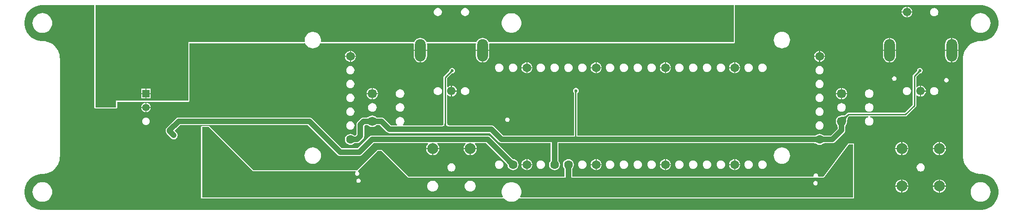
<source format=gbr>
%TF.GenerationSoftware,Altium Limited,Altium Designer,23.7.1 (13)*%
G04 Layer_Physical_Order=2*
G04 Layer_Color=36540*
%FSLAX45Y45*%
%MOMM*%
%TF.SameCoordinates,F0F8C17F-0DA8-4E41-987A-5915CA82B15D*%
%TF.FilePolarity,Positive*%
%TF.FileFunction,Copper,L2,Inr,Signal*%
%TF.Part,Single*%
G01*
G75*
%TA.AperFunction,Conductor*%
%ADD14C,0.25400*%
%TA.AperFunction,ComponentPad*%
%ADD16C,1.60000*%
%ADD17C,1.55000*%
G04:AMPARAMS|DCode=19|XSize=2mm|YSize=4.1mm|CornerRadius=1mm|HoleSize=0mm|Usage=FLASHONLY|Rotation=0.000|XOffset=0mm|YOffset=0mm|HoleType=Round|Shape=RoundedRectangle|*
%AMROUNDEDRECTD19*
21,1,2.00000,2.10000,0,0,0.0*
21,1,0.00000,4.10000,0,0,0.0*
1,1,2.00000,0.00000,-1.05000*
1,1,2.00000,0.00000,-1.05000*
1,1,2.00000,0.00000,1.05000*
1,1,2.00000,0.00000,1.05000*
%
%ADD19ROUNDEDRECTD19*%
%ADD20C,1.69000*%
%ADD22C,1.35800*%
%ADD23R,1.35800X1.35800*%
%ADD25C,2.00660*%
%TA.AperFunction,ViaPad*%
%ADD28C,0.60000*%
%ADD29C,0.80000*%
%TA.AperFunction,Conductor*%
%ADD30C,1.00000*%
G36*
X-7645698Y3779609D02*
Y1900000D01*
X-7644122Y1892079D01*
X-7639635Y1885365D01*
X-7632921Y1880878D01*
X-7625000Y1879302D01*
X-7250000D01*
X-7242079Y1880878D01*
X-7235364Y1885365D01*
X-7230878Y1892079D01*
X-7229302Y1900000D01*
Y2004302D01*
X-5925000D01*
X-5917079Y2005878D01*
X-5910365Y2010365D01*
X-5905878Y2017079D01*
X-5904302Y2025000D01*
Y3079301D01*
X-3797787D01*
X-3796781Y3079501D01*
X-3795759Y3079400D01*
X-3792848Y3080283D01*
X-3789867Y3080876D01*
X-3781995Y3076306D01*
X-3778488Y3073147D01*
X-3767324Y3052260D01*
X-3748579Y3029419D01*
X-3725739Y3010674D01*
X-3699680Y2996746D01*
X-3671405Y2988169D01*
X-3642000Y2985273D01*
X-3612595Y2988169D01*
X-3584320Y2996746D01*
X-3558261Y3010674D01*
X-3535421Y3029419D01*
X-3516676Y3052260D01*
X-3505512Y3073147D01*
X-3502006Y3076306D01*
X-3497690Y3078811D01*
X-3489072Y3079652D01*
X-3488241Y3079400D01*
X-3487219Y3079501D01*
X-3486213Y3079301D01*
X-1797769D01*
X-1789396Y3069752D01*
X-1791338Y3054998D01*
Y2960148D01*
X-1548662D01*
Y3054998D01*
X-1550604Y3069752D01*
X-1542231Y3079301D01*
X-657770D01*
X-649396Y3069752D01*
X-651338Y3054998D01*
Y2960148D01*
X-408662D01*
Y3054998D01*
X-410604Y3069752D01*
X-402231Y3079301D01*
X4075000D01*
X4082921Y3080876D01*
X4089635Y3085363D01*
X4094122Y3092078D01*
X4095698Y3099998D01*
Y3779608D01*
X8300000Y3779608D01*
X8625940D01*
X8677184Y3771492D01*
X8726526Y3755460D01*
X8772753Y3731906D01*
X8814725Y3701411D01*
X8851412Y3664724D01*
X8881908Y3622751D01*
X8905461Y3576524D01*
X8921493Y3527182D01*
X8929610Y3475938D01*
Y3424058D01*
X8921493Y3372814D01*
X8905461Y3323472D01*
X8881907Y3277245D01*
X8851413Y3235273D01*
X8814726Y3198586D01*
X8772753Y3168091D01*
X8726526Y3144537D01*
X8677184Y3128505D01*
X8625940Y3120389D01*
X8600000Y3120389D01*
X8599667Y3120323D01*
X8599333Y3120378D01*
X8579712Y3119735D01*
X8578727Y3119506D01*
X8577717Y3119572D01*
X8538811Y3114450D01*
X8537537Y3114017D01*
X8536195Y3113929D01*
X8498291Y3103773D01*
X8497085Y3103178D01*
X8495765Y3102916D01*
X8459510Y3087899D01*
X8458392Y3087151D01*
X8457118Y3086719D01*
X8423134Y3067098D01*
X8422123Y3066211D01*
X8420916Y3065616D01*
X8389783Y3041727D01*
X8388897Y3040716D01*
X8387778Y3039968D01*
X8360030Y3012221D01*
X8359282Y3011102D01*
X8358271Y3010215D01*
X8334382Y2979082D01*
X8333787Y2977876D01*
X8332901Y2976865D01*
X8313280Y2942880D01*
X8312847Y2941607D01*
X8312100Y2940488D01*
X8297083Y2904233D01*
X8296820Y2902913D01*
X8296225Y2901707D01*
X8286069Y2863803D01*
X8285981Y2862461D01*
X8285549Y2861187D01*
X8280426Y2822281D01*
X8280492Y2821271D01*
X8280263Y2820286D01*
X8279621Y2800665D01*
X8279676Y2800331D01*
X8279610Y2799998D01*
X8279610Y999999D01*
X8279676Y999666D01*
X8279620Y999331D01*
X8280263Y979710D01*
X8280492Y978725D01*
X8280426Y977716D01*
X8285549Y938810D01*
X8285981Y937536D01*
X8286069Y936194D01*
X8296225Y898289D01*
X8296820Y897083D01*
X8297083Y895764D01*
X8312100Y859509D01*
X8312847Y858390D01*
X8313280Y857116D01*
X8332901Y823132D01*
X8333787Y822121D01*
X8334382Y820915D01*
X8358271Y789782D01*
X8359282Y788895D01*
X8360030Y787776D01*
X8387778Y760028D01*
X8388897Y759281D01*
X8389783Y758270D01*
X8420916Y734381D01*
X8422123Y733786D01*
X8423134Y732899D01*
X8457118Y713278D01*
X8458392Y712846D01*
X8459510Y712098D01*
X8495765Y697081D01*
X8497085Y696819D01*
X8498291Y696224D01*
X8536195Y686067D01*
X8537537Y685980D01*
X8538811Y685547D01*
X8577717Y680425D01*
X8578727Y680491D01*
X8579712Y680261D01*
X8599333Y679619D01*
X8599667Y679674D01*
X8600000Y679608D01*
X8625940Y679608D01*
X8677184Y671491D01*
X8726526Y655459D01*
X8772754Y631905D01*
X8814726Y601410D01*
X8851412Y564724D01*
X8881908Y522751D01*
X8905461Y476524D01*
X8921494Y427181D01*
X8929610Y375938D01*
Y324058D01*
X8921494Y272814D01*
X8905461Y223471D01*
X8881907Y177243D01*
X8851413Y135271D01*
X8814726Y98585D01*
X8772753Y68090D01*
X8726526Y44536D01*
X8677184Y28504D01*
X8625940Y20388D01*
X8600000D01*
X8300000Y20391D01*
X-8300000Y20389D01*
X-8625940D01*
X-8677185Y28505D01*
X-8726526Y44537D01*
X-8772753Y68091D01*
X-8814725Y98586D01*
X-8851412Y135273D01*
X-8881908Y177246D01*
X-8905461Y223472D01*
X-8921493Y272815D01*
X-8929610Y324058D01*
Y375939D01*
X-8921493Y427183D01*
X-8905461Y476525D01*
X-8881908Y522751D01*
X-8851413Y564724D01*
X-8814726Y601411D01*
X-8772753Y631906D01*
X-8726526Y655460D01*
X-8677184Y671492D01*
X-8625940Y679608D01*
X-8600000Y679608D01*
X-8599667Y679674D01*
X-8599333Y679619D01*
X-8579712Y680261D01*
X-8578727Y680491D01*
X-8577718Y680425D01*
X-8538812Y685547D01*
X-8537538Y685980D01*
X-8536196Y686067D01*
X-8498291Y696224D01*
X-8497085Y696819D01*
X-8495765Y697081D01*
X-8459511Y712098D01*
X-8458392Y712846D01*
X-8457118Y713278D01*
X-8423134Y732899D01*
X-8422123Y733786D01*
X-8420916Y734381D01*
X-8389784Y758270D01*
X-8388897Y759281D01*
X-8387778Y760028D01*
X-8360030Y787776D01*
X-8359283Y788895D01*
X-8358272Y789782D01*
X-8334383Y820915D01*
X-8333788Y822121D01*
X-8332901Y823132D01*
X-8313280Y857116D01*
X-8312847Y858390D01*
X-8312100Y859509D01*
X-8297083Y895764D01*
X-8296821Y897083D01*
X-8296226Y898289D01*
X-8286069Y936194D01*
X-8285981Y937536D01*
X-8285549Y938810D01*
X-8280427Y977716D01*
X-8280493Y978725D01*
X-8280263Y979710D01*
X-8279621Y999331D01*
X-8279676Y999666D01*
X-8279610Y999999D01*
X-8279610Y2799998D01*
X-8279676Y2800331D01*
X-8279620Y2800666D01*
X-8280263Y2820287D01*
X-8280493Y2821272D01*
X-8280427Y2822281D01*
X-8285549Y2861187D01*
X-8285981Y2862461D01*
X-8286069Y2863803D01*
X-8296226Y2901707D01*
X-8296821Y2902913D01*
X-8297083Y2904233D01*
X-8312100Y2940488D01*
X-8312847Y2941607D01*
X-8313280Y2942880D01*
X-8332901Y2976865D01*
X-8333788Y2977876D01*
X-8334383Y2979082D01*
X-8358272Y3010215D01*
X-8359283Y3011102D01*
X-8360030Y3012221D01*
X-8387778Y3039968D01*
X-8388897Y3040716D01*
X-8389784Y3041727D01*
X-8420916Y3065616D01*
X-8422123Y3066211D01*
X-8423134Y3067098D01*
X-8457118Y3086719D01*
X-8458392Y3087151D01*
X-8459511Y3087899D01*
X-8495765Y3102916D01*
X-8497085Y3103178D01*
X-8498291Y3103773D01*
X-8536196Y3113929D01*
X-8537538Y3114017D01*
X-8538812Y3114450D01*
X-8577718Y3119572D01*
X-8578727Y3119506D01*
X-8579712Y3119735D01*
X-8599333Y3120378D01*
X-8599667Y3120323D01*
X-8600000Y3120389D01*
X-8625940D01*
X-8677185Y3128505D01*
X-8726526Y3144537D01*
X-8772753Y3168091D01*
X-8814725Y3198585D01*
X-8851412Y3235272D01*
X-8881908Y3277245D01*
X-8905461Y3323472D01*
X-8921493Y3372814D01*
X-8929610Y3424058D01*
Y3475938D01*
X-8921493Y3527183D01*
X-8905461Y3576524D01*
X-8881908Y3622751D01*
X-8851413Y3664723D01*
X-8814726Y3701410D01*
X-8772753Y3731906D01*
X-8726526Y3755460D01*
X-8677184Y3771492D01*
X-8625940Y3779608D01*
X-8600000D01*
X-8300000Y3779609D01*
X-7645698D01*
D02*
G37*
G36*
X4075000Y3779608D02*
Y3099998D01*
X-418428D01*
X-424918Y3115667D01*
X-444201Y3140797D01*
X-469331Y3160080D01*
X-498596Y3172202D01*
X-530000Y3176336D01*
X-561405Y3172202D01*
X-590669Y3160080D01*
X-615799Y3140797D01*
X-635082Y3115667D01*
X-641572Y3099998D01*
X-1558428D01*
X-1564918Y3115667D01*
X-1584201Y3140797D01*
X-1609331Y3160080D01*
X-1638595Y3172202D01*
X-1670000Y3176336D01*
X-1701405Y3172202D01*
X-1730669Y3160080D01*
X-1755799Y3140797D01*
X-1775082Y3115667D01*
X-1781572Y3099998D01*
X-3486213D01*
X-3494270Y3109816D01*
X-3492000Y3121225D01*
Y3150772D01*
X-3497765Y3179752D01*
X-3509072Y3207050D01*
X-3525487Y3231618D01*
X-3546381Y3252511D01*
X-3570948Y3268926D01*
X-3598247Y3280234D01*
X-3627226Y3285998D01*
X-3656774D01*
X-3685753Y3280234D01*
X-3713052Y3268926D01*
X-3737619Y3252511D01*
X-3758513Y3231618D01*
X-3774928Y3207050D01*
X-3786236Y3179752D01*
X-3792000Y3150772D01*
Y3121225D01*
X-3789731Y3109816D01*
X-3797787Y3099998D01*
X-5925000D01*
Y2025000D01*
X-7250000D01*
Y1900000D01*
X-7625000D01*
Y3779609D01*
X4075000Y3779608D01*
D02*
G37*
%LPC*%
G36*
X7260150Y3747306D02*
Y3660148D01*
X7347308D01*
X7345283Y3675529D01*
X7335428Y3699321D01*
X7319752Y3719750D01*
X7299322Y3735426D01*
X7275531Y3745281D01*
X7260150Y3747306D01*
D02*
G37*
G36*
X7239850D02*
X7224469Y3745281D01*
X7200679Y3735426D01*
X7180249Y3719750D01*
X7164572Y3699321D01*
X7154718Y3675529D01*
X7152693Y3660148D01*
X7239850D01*
Y3747306D01*
D02*
G37*
G36*
X7750000Y3725646D02*
X7730421Y3723068D01*
X7712177Y3715511D01*
X7696510Y3703489D01*
X7684488Y3687822D01*
X7676931Y3669577D01*
X7674353Y3649999D01*
X7676931Y3630420D01*
X7684488Y3612175D01*
X7696510Y3596508D01*
X7712177Y3584486D01*
X7730421Y3576929D01*
X7750000Y3574351D01*
X7769579Y3576929D01*
X7787824Y3584486D01*
X7803491Y3596508D01*
X7815512Y3612175D01*
X7823070Y3630420D01*
X7825647Y3649999D01*
X7823070Y3669577D01*
X7815512Y3687822D01*
X7803491Y3703489D01*
X7787824Y3715511D01*
X7769579Y3723068D01*
X7750000Y3725646D01*
D02*
G37*
G36*
X7347308Y3639849D02*
X7260150D01*
Y3552691D01*
X7275531Y3554716D01*
X7299322Y3564571D01*
X7319752Y3580247D01*
X7335428Y3600677D01*
X7345283Y3624468D01*
X7347308Y3639849D01*
D02*
G37*
G36*
X7239850D02*
X7152693D01*
X7154718Y3624468D01*
X7164572Y3600677D01*
X7180249Y3580247D01*
X7200679Y3564571D01*
X7224469Y3554716D01*
X7239850Y3552691D01*
Y3639849D01*
D02*
G37*
G36*
X8600000Y3630869D02*
X8564714Y3627394D01*
X8530784Y3617101D01*
X8499514Y3600387D01*
X8472105Y3577894D01*
X8449611Y3550485D01*
X8432897Y3519215D01*
X8422605Y3485285D01*
X8419129Y3449998D01*
X8422605Y3414712D01*
X8432897Y3380782D01*
X8449611Y3349512D01*
X8472105Y3322103D01*
X8499514Y3299610D01*
X8530784Y3282896D01*
X8564714Y3272603D01*
X8600000Y3269128D01*
X8635286Y3272603D01*
X8669216Y3282896D01*
X8700487Y3299610D01*
X8727895Y3322103D01*
X8750389Y3349512D01*
X8767103Y3380782D01*
X8777395Y3414712D01*
X8780871Y3449998D01*
X8777395Y3485285D01*
X8767103Y3519215D01*
X8750389Y3550485D01*
X8727895Y3577894D01*
X8700487Y3600387D01*
X8669216Y3617101D01*
X8635286Y3627394D01*
X8600000Y3630869D01*
D02*
G37*
G36*
X-8600000D02*
X-8635286Y3627394D01*
X-8669216Y3617101D01*
X-8700487Y3600387D01*
X-8727895Y3577894D01*
X-8750389Y3550485D01*
X-8767103Y3519215D01*
X-8777395Y3485285D01*
X-8780871Y3449998D01*
X-8777395Y3414712D01*
X-8767103Y3380782D01*
X-8750389Y3349512D01*
X-8727895Y3322103D01*
X-8700487Y3299610D01*
X-8669216Y3282896D01*
X-8635286Y3272603D01*
X-8600000Y3269128D01*
X-8564714Y3272603D01*
X-8530784Y3282896D01*
X-8499514Y3299610D01*
X-8472105Y3322103D01*
X-8449611Y3349512D01*
X-8432897Y3380782D01*
X-8422605Y3414712D01*
X-8419129Y3449998D01*
X-8422605Y3485285D01*
X-8432897Y3519215D01*
X-8449611Y3550485D01*
X-8472105Y3577894D01*
X-8499514Y3600387D01*
X-8530784Y3617101D01*
X-8564714Y3627394D01*
X-8600000Y3630869D01*
D02*
G37*
G36*
X4958000Y3286724D02*
X4928595Y3283828D01*
X4900320Y3275251D01*
X4874261Y3261322D01*
X4851421Y3242577D01*
X4832676Y3219737D01*
X4818748Y3193678D01*
X4810170Y3165403D01*
X4807274Y3135998D01*
X4810170Y3106593D01*
X4818748Y3078318D01*
X4832676Y3052260D01*
X4851421Y3029419D01*
X4874261Y3010674D01*
X4900320Y2996746D01*
X4928595Y2988169D01*
X4958000Y2985273D01*
X4987405Y2988169D01*
X5015680Y2996746D01*
X5041739Y3010674D01*
X5064579Y3029419D01*
X5083324Y3052260D01*
X5097252Y3078318D01*
X5105830Y3106593D01*
X5108726Y3135998D01*
X5105830Y3165403D01*
X5097252Y3193678D01*
X5083324Y3219737D01*
X5064579Y3242577D01*
X5041739Y3261322D01*
X5015680Y3275251D01*
X4987405Y3283828D01*
X4958000Y3286724D01*
D02*
G37*
G36*
X8080150Y3175000D02*
Y2960148D01*
X8191338D01*
Y3054998D01*
X8187204Y3086403D01*
X8175082Y3115667D01*
X8155799Y3140797D01*
X8130669Y3160080D01*
X8101405Y3172202D01*
X8080150Y3175000D01*
D02*
G37*
G36*
X8059850D02*
X8038596Y3172202D01*
X8009331Y3160080D01*
X7984201Y3140797D01*
X7964918Y3115667D01*
X7952797Y3086403D01*
X7948662Y3054998D01*
Y2960148D01*
X8059850D01*
Y3175000D01*
D02*
G37*
G36*
X6940150D02*
Y2960148D01*
X7051338D01*
Y3054998D01*
X7047204Y3086403D01*
X7035082Y3115667D01*
X7015799Y3140797D01*
X6990669Y3160080D01*
X6961405Y3172202D01*
X6940150Y3175000D01*
D02*
G37*
G36*
X6919851D02*
X6898596Y3172202D01*
X6869331Y3160080D01*
X6844201Y3140797D01*
X6824919Y3115667D01*
X6812797Y3086403D01*
X6808662Y3054998D01*
Y2960148D01*
X6919851D01*
Y3175000D01*
D02*
G37*
G36*
X5658150Y2937827D02*
Y2848148D01*
X5747829D01*
X5745718Y2864182D01*
X5735612Y2888581D01*
X5719534Y2909533D01*
X5698582Y2925610D01*
X5674183Y2935717D01*
X5658150Y2937827D01*
D02*
G37*
G36*
X-2941850D02*
Y2848148D01*
X-2852171D01*
X-2854282Y2864182D01*
X-2864388Y2888581D01*
X-2880466Y2909533D01*
X-2901418Y2925610D01*
X-2925817Y2935717D01*
X-2941850Y2937827D01*
D02*
G37*
G36*
X5637850D02*
X5621816Y2935717D01*
X5597417Y2925610D01*
X5576465Y2909533D01*
X5560388Y2888581D01*
X5550282Y2864182D01*
X5548171Y2848148D01*
X5637850D01*
Y2937827D01*
D02*
G37*
G36*
X-2962150D02*
X-2978184Y2935717D01*
X-3002583Y2925610D01*
X-3023535Y2909533D01*
X-3039612Y2888581D01*
X-3049718Y2864182D01*
X-3051829Y2848148D01*
X-2962150D01*
Y2937827D01*
D02*
G37*
G36*
X5747829Y2827849D02*
X5658150D01*
Y2738170D01*
X5674183Y2740280D01*
X5698582Y2750387D01*
X5719534Y2766464D01*
X5735612Y2787416D01*
X5745718Y2811815D01*
X5747829Y2827849D01*
D02*
G37*
G36*
X-2852171D02*
X-2941850D01*
Y2738170D01*
X-2925817Y2740280D01*
X-2901418Y2750387D01*
X-2880466Y2766464D01*
X-2864388Y2787416D01*
X-2854282Y2811815D01*
X-2852171Y2827849D01*
D02*
G37*
G36*
X-2962150D02*
X-3051829D01*
X-3049718Y2811815D01*
X-3039612Y2787416D01*
X-3023535Y2766464D01*
X-3002583Y2750387D01*
X-2978184Y2740280D01*
X-2962150Y2738170D01*
Y2827849D01*
D02*
G37*
G36*
X5637850D02*
X5548171D01*
X5550282Y2811815D01*
X5560388Y2787416D01*
X5576465Y2766464D01*
X5597417Y2750387D01*
X5621816Y2740280D01*
X5637850Y2738170D01*
Y2827849D01*
D02*
G37*
G36*
X8191338Y2939849D02*
X8080150D01*
Y2724997D01*
X8101405Y2727795D01*
X8130669Y2739917D01*
X8155799Y2759200D01*
X8175082Y2784330D01*
X8187204Y2813594D01*
X8191338Y2844999D01*
Y2939849D01*
D02*
G37*
G36*
X8059850D02*
X7948662D01*
Y2844999D01*
X7952797Y2813594D01*
X7964918Y2784330D01*
X7984201Y2759200D01*
X8009331Y2739917D01*
X8038596Y2727795D01*
X8059850Y2724997D01*
Y2939849D01*
D02*
G37*
G36*
X7051338D02*
X6940150D01*
Y2724997D01*
X6961405Y2727795D01*
X6990669Y2739917D01*
X7015799Y2759200D01*
X7035082Y2784330D01*
X7047204Y2813594D01*
X7051338Y2844999D01*
Y2939849D01*
D02*
G37*
G36*
X6919851D02*
X6808662D01*
Y2844999D01*
X6812797Y2813594D01*
X6824919Y2784330D01*
X6844201Y2759200D01*
X6869331Y2739917D01*
X6898596Y2727795D01*
X6919851Y2724997D01*
Y2939849D01*
D02*
G37*
G36*
X-408662D02*
X-519850D01*
Y2724997D01*
X-498596Y2727795D01*
X-469331Y2739917D01*
X-444201Y2759200D01*
X-424918Y2784330D01*
X-412797Y2813594D01*
X-408662Y2844999D01*
Y2939849D01*
D02*
G37*
G36*
X-540150D02*
X-651338D01*
Y2844999D01*
X-647204Y2813594D01*
X-635082Y2784330D01*
X-615799Y2759200D01*
X-590669Y2739917D01*
X-561405Y2727795D01*
X-540150Y2724997D01*
Y2939849D01*
D02*
G37*
G36*
X-1548662D02*
X-1659850D01*
Y2724997D01*
X-1638595Y2727795D01*
X-1609331Y2739917D01*
X-1584201Y2759200D01*
X-1564918Y2784330D01*
X-1552796Y2813594D01*
X-1548662Y2844999D01*
Y2939849D01*
D02*
G37*
G36*
X-1680150D02*
X-1791338D01*
Y2844999D01*
X-1787203Y2813594D01*
X-1775082Y2784330D01*
X-1755799Y2759200D01*
X-1730669Y2739917D01*
X-1701405Y2727795D01*
X-1680150Y2724997D01*
Y2939849D01*
D02*
G37*
G36*
X4103150Y2727829D02*
Y2638150D01*
X4192829D01*
X4190718Y2654184D01*
X4180612Y2678583D01*
X4164535Y2699535D01*
X4143583Y2715612D01*
X4119184Y2725718D01*
X4103150Y2727829D01*
D02*
G37*
G36*
X4082850D02*
X4066817Y2725718D01*
X4042418Y2715612D01*
X4021466Y2699535D01*
X4005388Y2678583D01*
X3995282Y2654184D01*
X3993171Y2638150D01*
X4082850D01*
Y2727829D01*
D02*
G37*
G36*
X2833150D02*
Y2638150D01*
X2922829D01*
X2920718Y2654184D01*
X2910612Y2678583D01*
X2894535Y2699535D01*
X2873583Y2715612D01*
X2849184Y2725718D01*
X2833150Y2727829D01*
D02*
G37*
G36*
X2812850D02*
X2796817Y2725718D01*
X2772418Y2715612D01*
X2751466Y2699535D01*
X2735388Y2678583D01*
X2725282Y2654184D01*
X2723171Y2638150D01*
X2812850D01*
Y2727829D01*
D02*
G37*
G36*
X1563150D02*
Y2638150D01*
X1652829D01*
X1650718Y2654184D01*
X1640612Y2678583D01*
X1624535Y2699535D01*
X1603583Y2715612D01*
X1579184Y2725718D01*
X1563150Y2727829D01*
D02*
G37*
G36*
X1542850D02*
X1526817Y2725718D01*
X1502418Y2715612D01*
X1481466Y2699535D01*
X1465388Y2678583D01*
X1455282Y2654184D01*
X1453171Y2638150D01*
X1542850D01*
Y2727829D01*
D02*
G37*
G36*
X293150D02*
Y2638150D01*
X382829D01*
X380718Y2654184D01*
X370612Y2678583D01*
X354535Y2699535D01*
X333583Y2715612D01*
X309184Y2725718D01*
X293150Y2727829D01*
D02*
G37*
G36*
X272850D02*
X256817Y2725718D01*
X232418Y2715612D01*
X211466Y2699535D01*
X195388Y2678583D01*
X185282Y2654184D01*
X183171Y2638150D01*
X272850D01*
Y2727829D01*
D02*
G37*
G36*
X4601000Y2705664D02*
X4580899Y2703018D01*
X4562168Y2695259D01*
X4546083Y2682917D01*
X4533741Y2666832D01*
X4525982Y2648101D01*
X4523336Y2628000D01*
X4525982Y2607899D01*
X4533741Y2589168D01*
X4546083Y2573083D01*
X4562168Y2560741D01*
X4580899Y2552982D01*
X4601000Y2550336D01*
X4621101Y2552982D01*
X4639832Y2560741D01*
X4655917Y2573083D01*
X4668259Y2589168D01*
X4676018Y2607899D01*
X4678665Y2628000D01*
X4676018Y2648101D01*
X4668259Y2666832D01*
X4655917Y2682917D01*
X4639832Y2695259D01*
X4621101Y2703018D01*
X4601000Y2705664D01*
D02*
G37*
G36*
X4347000D02*
X4326899Y2703018D01*
X4308168Y2695259D01*
X4292083Y2682917D01*
X4279741Y2666832D01*
X4271982Y2648101D01*
X4269336Y2628000D01*
X4271982Y2607899D01*
X4279741Y2589168D01*
X4292083Y2573083D01*
X4308168Y2560741D01*
X4326899Y2552982D01*
X4347000Y2550336D01*
X4367101Y2552982D01*
X4385832Y2560741D01*
X4401917Y2573083D01*
X4414259Y2589168D01*
X4422018Y2607899D01*
X4424665Y2628000D01*
X4422018Y2648101D01*
X4414259Y2666832D01*
X4401917Y2682917D01*
X4385832Y2695259D01*
X4367101Y2703018D01*
X4347000Y2705664D01*
D02*
G37*
G36*
X3839000D02*
X3818899Y2703018D01*
X3800168Y2695259D01*
X3784083Y2682917D01*
X3771741Y2666832D01*
X3763982Y2648101D01*
X3761336Y2628000D01*
X3763982Y2607899D01*
X3771741Y2589168D01*
X3784083Y2573083D01*
X3800168Y2560741D01*
X3818899Y2552982D01*
X3839000Y2550336D01*
X3859101Y2552982D01*
X3877832Y2560741D01*
X3893917Y2573083D01*
X3906259Y2589168D01*
X3914018Y2607899D01*
X3916665Y2628000D01*
X3914018Y2648101D01*
X3906259Y2666832D01*
X3893917Y2682917D01*
X3877832Y2695259D01*
X3859101Y2703018D01*
X3839000Y2705664D01*
D02*
G37*
G36*
X3585000D02*
X3564899Y2703018D01*
X3546168Y2695259D01*
X3530083Y2682917D01*
X3517741Y2666832D01*
X3509982Y2648101D01*
X3507336Y2628000D01*
X3509982Y2607899D01*
X3517741Y2589168D01*
X3530083Y2573083D01*
X3546168Y2560741D01*
X3564899Y2552982D01*
X3585000Y2550336D01*
X3605101Y2552982D01*
X3623832Y2560741D01*
X3639917Y2573083D01*
X3652259Y2589168D01*
X3660018Y2607899D01*
X3662665Y2628000D01*
X3660018Y2648101D01*
X3652259Y2666832D01*
X3639917Y2682917D01*
X3623832Y2695259D01*
X3605101Y2703018D01*
X3585000Y2705664D01*
D02*
G37*
G36*
X3331000D02*
X3310899Y2703018D01*
X3292168Y2695259D01*
X3276083Y2682917D01*
X3263741Y2666832D01*
X3255982Y2648101D01*
X3253336Y2628000D01*
X3255982Y2607899D01*
X3263741Y2589168D01*
X3276083Y2573083D01*
X3292168Y2560741D01*
X3310899Y2552982D01*
X3331000Y2550336D01*
X3351101Y2552982D01*
X3369832Y2560741D01*
X3385917Y2573083D01*
X3398259Y2589168D01*
X3406018Y2607899D01*
X3408665Y2628000D01*
X3406018Y2648101D01*
X3398259Y2666832D01*
X3385917Y2682917D01*
X3369832Y2695259D01*
X3351101Y2703018D01*
X3331000Y2705664D01*
D02*
G37*
G36*
X3077000D02*
X3056899Y2703018D01*
X3038168Y2695259D01*
X3022083Y2682917D01*
X3009741Y2666832D01*
X3001982Y2648101D01*
X2999336Y2628000D01*
X3001982Y2607899D01*
X3009741Y2589168D01*
X3022083Y2573083D01*
X3038168Y2560741D01*
X3056899Y2552982D01*
X3077000Y2550336D01*
X3097101Y2552982D01*
X3115832Y2560741D01*
X3131917Y2573083D01*
X3144259Y2589168D01*
X3152018Y2607899D01*
X3154665Y2628000D01*
X3152018Y2648101D01*
X3144259Y2666832D01*
X3131917Y2682917D01*
X3115832Y2695259D01*
X3097101Y2703018D01*
X3077000Y2705664D01*
D02*
G37*
G36*
X2569000D02*
X2548899Y2703018D01*
X2530168Y2695259D01*
X2514083Y2682917D01*
X2501741Y2666832D01*
X2493982Y2648101D01*
X2491336Y2628000D01*
X2493982Y2607899D01*
X2501741Y2589168D01*
X2514083Y2573083D01*
X2530168Y2560741D01*
X2548899Y2552982D01*
X2569000Y2550336D01*
X2589101Y2552982D01*
X2607832Y2560741D01*
X2623917Y2573083D01*
X2636259Y2589168D01*
X2644018Y2607899D01*
X2646665Y2628000D01*
X2644018Y2648101D01*
X2636259Y2666832D01*
X2623917Y2682917D01*
X2607832Y2695259D01*
X2589101Y2703018D01*
X2569000Y2705664D01*
D02*
G37*
G36*
X2315000D02*
X2294899Y2703018D01*
X2276168Y2695259D01*
X2260083Y2682917D01*
X2247741Y2666832D01*
X2239982Y2648101D01*
X2237336Y2628000D01*
X2239982Y2607899D01*
X2247741Y2589168D01*
X2260083Y2573083D01*
X2276168Y2560741D01*
X2294899Y2552982D01*
X2315000Y2550336D01*
X2335101Y2552982D01*
X2353832Y2560741D01*
X2369917Y2573083D01*
X2382259Y2589168D01*
X2390018Y2607899D01*
X2392665Y2628000D01*
X2390018Y2648101D01*
X2382259Y2666832D01*
X2369917Y2682917D01*
X2353832Y2695259D01*
X2335101Y2703018D01*
X2315000Y2705664D01*
D02*
G37*
G36*
X2061000D02*
X2040899Y2703018D01*
X2022168Y2695259D01*
X2006083Y2682917D01*
X1993741Y2666832D01*
X1985982Y2648101D01*
X1983336Y2628000D01*
X1985982Y2607899D01*
X1993741Y2589168D01*
X2006083Y2573083D01*
X2022168Y2560741D01*
X2040899Y2552982D01*
X2061000Y2550336D01*
X2081101Y2552982D01*
X2099832Y2560741D01*
X2115917Y2573083D01*
X2128259Y2589168D01*
X2136018Y2607899D01*
X2138665Y2628000D01*
X2136018Y2648101D01*
X2128259Y2666832D01*
X2115917Y2682917D01*
X2099832Y2695259D01*
X2081101Y2703018D01*
X2061000Y2705664D01*
D02*
G37*
G36*
X1807000D02*
X1786899Y2703018D01*
X1768168Y2695259D01*
X1752083Y2682917D01*
X1739741Y2666832D01*
X1731982Y2648101D01*
X1729336Y2628000D01*
X1731982Y2607899D01*
X1739741Y2589168D01*
X1752083Y2573083D01*
X1768168Y2560741D01*
X1786899Y2552982D01*
X1807000Y2550336D01*
X1827101Y2552982D01*
X1845832Y2560741D01*
X1861917Y2573083D01*
X1874259Y2589168D01*
X1882018Y2607899D01*
X1884665Y2628000D01*
X1882018Y2648101D01*
X1874259Y2666832D01*
X1861917Y2682917D01*
X1845832Y2695259D01*
X1827101Y2703018D01*
X1807000Y2705664D01*
D02*
G37*
G36*
X1299000D02*
X1278899Y2703018D01*
X1260168Y2695259D01*
X1244083Y2682917D01*
X1231741Y2666832D01*
X1223982Y2648101D01*
X1221336Y2628000D01*
X1223982Y2607899D01*
X1231741Y2589168D01*
X1244083Y2573083D01*
X1260168Y2560741D01*
X1278899Y2552982D01*
X1299000Y2550336D01*
X1319101Y2552982D01*
X1337832Y2560741D01*
X1353917Y2573083D01*
X1366259Y2589168D01*
X1374018Y2607899D01*
X1376665Y2628000D01*
X1374018Y2648101D01*
X1366259Y2666832D01*
X1353917Y2682917D01*
X1337832Y2695259D01*
X1319101Y2703018D01*
X1299000Y2705664D01*
D02*
G37*
G36*
X1045000D02*
X1024899Y2703018D01*
X1006168Y2695259D01*
X990083Y2682917D01*
X977741Y2666832D01*
X969982Y2648101D01*
X967336Y2628000D01*
X969982Y2607899D01*
X977741Y2589168D01*
X990083Y2573083D01*
X1006168Y2560741D01*
X1024899Y2552982D01*
X1045000Y2550336D01*
X1065101Y2552982D01*
X1083832Y2560741D01*
X1099917Y2573083D01*
X1112259Y2589168D01*
X1120018Y2607899D01*
X1122665Y2628000D01*
X1120018Y2648101D01*
X1112259Y2666832D01*
X1099917Y2682917D01*
X1083832Y2695259D01*
X1065101Y2703018D01*
X1045000Y2705664D01*
D02*
G37*
G36*
X791000D02*
X770899Y2703018D01*
X752168Y2695259D01*
X736083Y2682917D01*
X723741Y2666832D01*
X715982Y2648101D01*
X713336Y2628000D01*
X715982Y2607899D01*
X723741Y2589168D01*
X736083Y2573083D01*
X752168Y2560741D01*
X770899Y2552982D01*
X791000Y2550336D01*
X811101Y2552982D01*
X829832Y2560741D01*
X845917Y2573083D01*
X858259Y2589168D01*
X866018Y2607899D01*
X868665Y2628000D01*
X866018Y2648101D01*
X858259Y2666832D01*
X845917Y2682917D01*
X829832Y2695259D01*
X811101Y2703018D01*
X791000Y2705664D01*
D02*
G37*
G36*
X537000D02*
X516899Y2703018D01*
X498168Y2695259D01*
X482083Y2682917D01*
X469741Y2666832D01*
X461982Y2648101D01*
X459336Y2628000D01*
X461982Y2607899D01*
X469741Y2589168D01*
X482083Y2573083D01*
X498168Y2560741D01*
X516899Y2552982D01*
X537000Y2550336D01*
X557101Y2552982D01*
X575832Y2560741D01*
X591917Y2573083D01*
X604259Y2589168D01*
X612018Y2607899D01*
X614665Y2628000D01*
X612018Y2648101D01*
X604259Y2666832D01*
X591917Y2682917D01*
X575832Y2695259D01*
X557101Y2703018D01*
X537000Y2705664D01*
D02*
G37*
G36*
X29000D02*
X8899Y2703018D01*
X-9832Y2695259D01*
X-25917Y2682917D01*
X-38259Y2666832D01*
X-46018Y2648101D01*
X-48664Y2628000D01*
X-46018Y2607899D01*
X-38259Y2589168D01*
X-25917Y2573083D01*
X-9832Y2560741D01*
X8899Y2552982D01*
X29000Y2550336D01*
X49101Y2552982D01*
X67832Y2560741D01*
X83917Y2573083D01*
X96259Y2589168D01*
X104018Y2607899D01*
X106665Y2628000D01*
X104018Y2648101D01*
X96259Y2666832D01*
X83917Y2682917D01*
X67832Y2695259D01*
X49101Y2703018D01*
X29000Y2705664D01*
D02*
G37*
G36*
X-225000D02*
X-245101Y2703018D01*
X-263832Y2695259D01*
X-279917Y2682917D01*
X-292259Y2666832D01*
X-300018Y2648101D01*
X-302664Y2628000D01*
X-300018Y2607899D01*
X-292259Y2589168D01*
X-279917Y2573083D01*
X-263832Y2560741D01*
X-245101Y2552982D01*
X-225000Y2550336D01*
X-204899Y2552982D01*
X-186168Y2560741D01*
X-170083Y2573083D01*
X-157741Y2589168D01*
X-149982Y2607899D01*
X-147335Y2628000D01*
X-149982Y2648101D01*
X-157741Y2666832D01*
X-170083Y2682917D01*
X-186168Y2695259D01*
X-204899Y2703018D01*
X-225000Y2705664D01*
D02*
G37*
G36*
X4192829Y2617850D02*
X4103150D01*
Y2528171D01*
X4119184Y2530282D01*
X4143583Y2540388D01*
X4164535Y2556466D01*
X4180612Y2577418D01*
X4190718Y2601816D01*
X4192829Y2617850D01*
D02*
G37*
G36*
X4082850D02*
X3993171D01*
X3995282Y2601816D01*
X4005388Y2577418D01*
X4021466Y2556466D01*
X4042418Y2540388D01*
X4066817Y2530282D01*
X4082850Y2528171D01*
Y2617850D01*
D02*
G37*
G36*
X2922829D02*
X2833150D01*
Y2528171D01*
X2849184Y2530282D01*
X2873583Y2540388D01*
X2894535Y2556466D01*
X2910612Y2577418D01*
X2920718Y2601816D01*
X2922829Y2617850D01*
D02*
G37*
G36*
X2812850D02*
X2723171D01*
X2725282Y2601816D01*
X2735388Y2577418D01*
X2751466Y2556466D01*
X2772418Y2540388D01*
X2796817Y2530282D01*
X2812850Y2528171D01*
Y2617850D01*
D02*
G37*
G36*
X1652829D02*
X1563150D01*
Y2528171D01*
X1579184Y2530282D01*
X1603583Y2540388D01*
X1624535Y2556466D01*
X1640612Y2577418D01*
X1650718Y2601816D01*
X1652829Y2617850D01*
D02*
G37*
G36*
X1542850D02*
X1453171D01*
X1455282Y2601816D01*
X1465388Y2577418D01*
X1481466Y2556466D01*
X1502418Y2540388D01*
X1526817Y2530282D01*
X1542850Y2528171D01*
Y2617850D01*
D02*
G37*
G36*
X382829D02*
X293150D01*
Y2528171D01*
X309184Y2530282D01*
X333583Y2540388D01*
X354535Y2556466D01*
X370612Y2577418D01*
X380718Y2601816D01*
X382829Y2617850D01*
D02*
G37*
G36*
X272850D02*
X183171D01*
X185282Y2601816D01*
X195388Y2577418D01*
X211466Y2556466D01*
X232418Y2540388D01*
X256817Y2530282D01*
X272850Y2528171D01*
Y2617850D01*
D02*
G37*
G36*
X7487500Y2626285D02*
X7467874Y2622381D01*
X7451236Y2611264D01*
X7440118Y2594626D01*
X7436214Y2575000D01*
X7436567Y2573227D01*
X7436449Y2572871D01*
X7436161Y2572205D01*
X7435727Y2571389D01*
X7435109Y2570415D01*
X7434480Y2569564D01*
X7363169Y2498252D01*
X7355875Y2487336D01*
X7353314Y2474460D01*
X7353314Y2474459D01*
Y1950897D01*
X7206063Y1803646D01*
X6174003D01*
X6174002Y1803647D01*
X6161126Y1801085D01*
X6150210Y1793792D01*
X6119496Y1763078D01*
X6119173Y1762802D01*
X6116109Y1760865D01*
X6111910Y1758869D01*
X6106538Y1756947D01*
X6100003Y1755205D01*
X6092340Y1753722D01*
X6083800Y1752579D01*
X6062695Y1751265D01*
X6053743Y1751210D01*
X6050000Y1751703D01*
X6022642Y1748101D01*
X5997148Y1737541D01*
X5975256Y1720743D01*
X5958458Y1698851D01*
X5947898Y1673357D01*
X5944296Y1645998D01*
X5947898Y1618640D01*
X5958458Y1593146D01*
X5975256Y1571254D01*
X5975528Y1571046D01*
X5975710Y1570539D01*
X5976483Y1567531D01*
X5977154Y1563902D01*
X5979094Y1537508D01*
Y1509370D01*
X5854628Y1384905D01*
X5749122D01*
X5734756Y1385218D01*
X5723585Y1386089D01*
X5719805Y1386596D01*
X5717600Y1387017D01*
X5698582Y1401610D01*
X5674183Y1411717D01*
X5648000Y1415164D01*
X5621816Y1411717D01*
X5597417Y1401610D01*
X5578400Y1387017D01*
X5576903Y1386731D01*
X5548291Y1384905D01*
X1211146D01*
Y2164594D01*
X1211295Y2165466D01*
X1211508Y2166305D01*
X1211702Y2166857D01*
X1211847Y2167170D01*
X1211924Y2167300D01*
X1211936Y2167315D01*
X1212805Y2168052D01*
X1213228Y2168586D01*
X1217553Y2171475D01*
X1228670Y2188114D01*
X1232574Y2207740D01*
X1228670Y2227366D01*
X1217553Y2244004D01*
X1200914Y2255121D01*
X1181288Y2259025D01*
X1161662Y2255121D01*
X1145024Y2244004D01*
X1133907Y2227366D01*
X1130003Y2207740D01*
X1133907Y2188114D01*
X1140226Y2178656D01*
X1140985Y2177002D01*
X1141821Y2175847D01*
X1142147Y2175309D01*
X1142479Y2174644D01*
X1142815Y2173821D01*
X1143142Y2172816D01*
X1143445Y2171617D01*
X1143657Y2170481D01*
X1143854Y2168492D01*
Y1384905D01*
X-154628D01*
X-319861Y1550138D01*
X-334546Y1561407D01*
X-351648Y1568490D01*
X-370000Y1570906D01*
X-1115814D01*
X-1118330Y1570940D01*
X-1161350Y1574583D01*
X-1170153Y1576412D01*
X-1174038Y1577618D01*
X-1174374Y1579049D01*
X-1176149Y1589461D01*
X-1179394Y1631487D01*
Y2123480D01*
X-1166694Y2127900D01*
X-1149322Y2114571D01*
X-1125531Y2104716D01*
X-1110150Y2102691D01*
Y2199998D01*
Y2297306D01*
X-1125531Y2295281D01*
X-1149322Y2285426D01*
X-1166694Y2272097D01*
X-1179394Y2276517D01*
Y2435523D01*
X-1092936Y2521980D01*
X-1092083Y2522610D01*
X-1091111Y2523226D01*
X-1090293Y2523662D01*
X-1089630Y2523949D01*
X-1089273Y2524067D01*
X-1087500Y2523715D01*
X-1067874Y2527619D01*
X-1051236Y2538736D01*
X-1040119Y2555374D01*
X-1036215Y2575000D01*
X-1040119Y2594626D01*
X-1051236Y2611264D01*
X-1067874Y2622381D01*
X-1087500Y2626285D01*
X-1107126Y2622381D01*
X-1123764Y2611264D01*
X-1134881Y2594626D01*
X-1138785Y2575000D01*
X-1138433Y2573227D01*
X-1138551Y2572871D01*
X-1138838Y2572205D01*
X-1139273Y2571389D01*
X-1139891Y2570415D01*
X-1140520Y2569564D01*
X-1236832Y2473252D01*
X-1244125Y2462336D01*
X-1246687Y2449460D01*
X-1246686Y2449459D01*
Y1630898D01*
X-1247302Y1616374D01*
X-1249897Y1589663D01*
X-1251705Y1579053D01*
X-1252042Y1577618D01*
X-1255926Y1576412D01*
X-1265252Y1574474D01*
X-1276800Y1572894D01*
X-1307532Y1570943D01*
X-1310266Y1570906D01*
X-1988407D01*
X-1992718Y1583606D01*
X-1985300Y1589298D01*
X-1972557Y1605905D01*
X-1964546Y1625245D01*
X-1961814Y1645998D01*
X-1964546Y1666752D01*
X-1972557Y1686092D01*
X-1985300Y1702699D01*
X-2001907Y1715442D01*
X-2021247Y1723452D01*
X-2042000Y1726185D01*
X-2062754Y1723452D01*
X-2082093Y1715442D01*
X-2098700Y1702699D01*
X-2111443Y1686092D01*
X-2119454Y1666752D01*
X-2122186Y1645998D01*
X-2119454Y1625245D01*
X-2111443Y1605905D01*
X-2098700Y1589298D01*
X-2091283Y1583606D01*
X-2095594Y1570906D01*
X-2210630D01*
X-2335860Y1696137D01*
X-2350545Y1707405D01*
X-2367647Y1714489D01*
X-2385999Y1716905D01*
X-2472311D01*
X-2475256Y1720743D01*
X-2497148Y1737541D01*
X-2522642Y1748101D01*
X-2550000Y1751703D01*
X-2577359Y1748101D01*
X-2602852Y1737541D01*
X-2624744Y1720743D01*
X-2624953Y1720471D01*
X-2625460Y1720289D01*
X-2628468Y1719516D01*
X-2632097Y1718845D01*
X-2658491Y1716905D01*
X-2711421D01*
X-2729773Y1714489D01*
X-2746874Y1707405D01*
X-2761559Y1696137D01*
X-2820138Y1637558D01*
X-2831407Y1622873D01*
X-2838490Y1605772D01*
X-2840906Y1587420D01*
Y1403794D01*
X-2857949Y1386752D01*
X-2882054D01*
X-2901418Y1401610D01*
X-2925817Y1411717D01*
X-2952000Y1415164D01*
X-2978184Y1411717D01*
X-3002583Y1401610D01*
X-3023535Y1385533D01*
X-3039612Y1364581D01*
X-3049718Y1340182D01*
X-3053165Y1313998D01*
X-3049718Y1287815D01*
X-3039612Y1263416D01*
X-3023535Y1242464D01*
X-3002583Y1226387D01*
X-2978184Y1216280D01*
X-2952000Y1212833D01*
X-2925817Y1216280D01*
X-2901418Y1226387D01*
X-2880466Y1242464D01*
X-2879076Y1244275D01*
X-2849252Y1244939D01*
X-2828579D01*
X-2810227Y1247355D01*
X-2793125Y1254439D01*
X-2778440Y1265707D01*
X-2719861Y1324286D01*
X-2708593Y1338971D01*
X-2701509Y1356072D01*
X-2699093Y1374424D01*
Y1558049D01*
X-2682051Y1575092D01*
X-2657130D01*
X-2644356Y1574527D01*
X-2632466Y1573220D01*
X-2628469Y1572481D01*
X-2625459Y1571708D01*
X-2624953Y1571526D01*
X-2624744Y1571254D01*
X-2602852Y1554456D01*
X-2577359Y1543896D01*
X-2550000Y1540294D01*
X-2522642Y1543896D01*
X-2497148Y1554456D01*
X-2475256Y1571254D01*
X-2472311Y1575092D01*
X-2415369D01*
X-2290138Y1449862D01*
X-2275453Y1438593D01*
X-2258352Y1431510D01*
X-2240000Y1429094D01*
X-399370D01*
X-234137Y1263860D01*
X-219451Y1252592D01*
X-202350Y1245508D01*
X-183998Y1243092D01*
X720094D01*
Y951122D01*
X719780Y936757D01*
X718910Y925585D01*
X718402Y921805D01*
X717982Y919600D01*
X703388Y900583D01*
X693282Y876184D01*
X689835Y850000D01*
X693282Y823816D01*
X703388Y799418D01*
X719466Y778466D01*
X740418Y762388D01*
X764817Y752282D01*
X791000Y748835D01*
X817184Y752282D01*
X841583Y762388D01*
X862535Y778466D01*
X878612Y799418D01*
X888718Y823816D01*
X892165Y850000D01*
X888718Y876184D01*
X878612Y900583D01*
X864019Y919600D01*
X863733Y921097D01*
X861907Y949709D01*
Y1243092D01*
X5546878D01*
X5561243Y1242778D01*
X5572415Y1241908D01*
X5576195Y1241401D01*
X5578400Y1240980D01*
X5597417Y1226387D01*
X5621816Y1216280D01*
X5648000Y1212833D01*
X5674183Y1216280D01*
X5698582Y1226387D01*
X5717600Y1240980D01*
X5719097Y1241265D01*
X5747708Y1243092D01*
X5883998D01*
X5902350Y1245508D01*
X5919452Y1252592D01*
X5934137Y1263860D01*
X6100138Y1429862D01*
X6111407Y1444547D01*
X6118490Y1461648D01*
X6120906Y1480000D01*
Y1538869D01*
X6121471Y1551643D01*
X6122778Y1563533D01*
X6123517Y1567529D01*
X6124291Y1570539D01*
X6124472Y1571046D01*
X6124744Y1571254D01*
X6141542Y1593146D01*
X6152103Y1618640D01*
X6155704Y1645998D01*
X6155211Y1649741D01*
X6155266Y1658694D01*
X6156581Y1679799D01*
X6157724Y1688339D01*
X6159207Y1696001D01*
X6160948Y1702535D01*
X6162870Y1707908D01*
X6164867Y1712108D01*
X6166804Y1715171D01*
X6167081Y1715496D01*
X6187939Y1736354D01*
X6537944D01*
X6538776Y1723654D01*
X6537247Y1723452D01*
X6517907Y1715442D01*
X6501300Y1702699D01*
X6488557Y1686092D01*
X6480546Y1666752D01*
X6477814Y1645998D01*
X6480546Y1625245D01*
X6488557Y1605905D01*
X6501300Y1589298D01*
X6517907Y1576555D01*
X6537247Y1568545D01*
X6558000Y1565812D01*
X6578754Y1568545D01*
X6598093Y1576555D01*
X6614700Y1589298D01*
X6627443Y1605905D01*
X6635454Y1625245D01*
X6638186Y1645998D01*
X6635454Y1666752D01*
X6627443Y1686092D01*
X6614700Y1702699D01*
X6598093Y1715442D01*
X6578754Y1723452D01*
X6577224Y1723654D01*
X6578056Y1736354D01*
X7219999D01*
X7220000Y1736353D01*
X7232876Y1738915D01*
X7243792Y1746208D01*
X7410751Y1913168D01*
X7410752Y1913169D01*
X7418046Y1924085D01*
X7420607Y1936960D01*
X7420607Y1936962D01*
Y2123480D01*
X7433307Y2127900D01*
X7450679Y2114571D01*
X7474469Y2104716D01*
X7489850Y2102691D01*
Y2199998D01*
Y2297306D01*
X7474469Y2295281D01*
X7450679Y2285426D01*
X7433307Y2272097D01*
X7420607Y2276517D01*
Y2460523D01*
X7482064Y2521980D01*
X7482917Y2522610D01*
X7483889Y2523226D01*
X7484707Y2523662D01*
X7485370Y2523949D01*
X7485727Y2524067D01*
X7487500Y2523715D01*
X7507126Y2527619D01*
X7523764Y2538736D01*
X7534881Y2555374D01*
X7538785Y2575000D01*
X7534881Y2594626D01*
X7523764Y2611264D01*
X7507126Y2622381D01*
X7487500Y2626285D01*
D02*
G37*
G36*
X5648000Y2659645D02*
X5628421Y2657068D01*
X5610176Y2649511D01*
X5594509Y2637489D01*
X5582488Y2621822D01*
X5574930Y2603577D01*
X5572353Y2583998D01*
X5574930Y2564420D01*
X5582488Y2546175D01*
X5594509Y2530508D01*
X5610176Y2518486D01*
X5628421Y2510929D01*
X5648000Y2508351D01*
X5667579Y2510929D01*
X5685824Y2518486D01*
X5701491Y2530508D01*
X5713512Y2546175D01*
X5721069Y2564420D01*
X5723647Y2583998D01*
X5721069Y2603577D01*
X5713512Y2621822D01*
X5701491Y2637489D01*
X5685824Y2649511D01*
X5667579Y2657068D01*
X5648000Y2659645D01*
D02*
G37*
G36*
X-2952000D02*
X-2971579Y2657068D01*
X-2989824Y2649511D01*
X-3005491Y2637489D01*
X-3017512Y2621822D01*
X-3025070Y2603577D01*
X-3027647Y2583998D01*
X-3025070Y2564420D01*
X-3017512Y2546175D01*
X-3005491Y2530508D01*
X-2989824Y2518486D01*
X-2971579Y2510929D01*
X-2952000Y2508351D01*
X-2932421Y2510929D01*
X-2914177Y2518486D01*
X-2898510Y2530508D01*
X-2886488Y2546175D01*
X-2878931Y2564420D01*
X-2876353Y2583998D01*
X-2878931Y2603577D01*
X-2886488Y2621822D01*
X-2898510Y2637489D01*
X-2914177Y2649511D01*
X-2932421Y2657068D01*
X-2952000Y2659645D01*
D02*
G37*
G36*
X7017500Y2470783D02*
X7001893Y2467679D01*
X6988662Y2458838D01*
X6979821Y2445607D01*
X6976717Y2430000D01*
X6979821Y2414393D01*
X6988662Y2401162D01*
X7001893Y2392321D01*
X7017500Y2389216D01*
X7033107Y2392321D01*
X7046338Y2401162D01*
X7055179Y2414393D01*
X7058284Y2430000D01*
X7055179Y2445607D01*
X7046338Y2458838D01*
X7033107Y2467679D01*
X7017500Y2470783D01*
D02*
G37*
G36*
X7972500Y2440784D02*
X7956893Y2437679D01*
X7943662Y2428838D01*
X7934821Y2415607D01*
X7931716Y2400000D01*
X7934821Y2384393D01*
X7943662Y2371162D01*
X7956893Y2362321D01*
X7972500Y2359217D01*
X7988107Y2362321D01*
X8001338Y2371162D01*
X8010179Y2384393D01*
X8013283Y2400000D01*
X8010179Y2415607D01*
X8001338Y2428838D01*
X7988107Y2437679D01*
X7972500Y2440784D01*
D02*
G37*
G36*
X5648000Y2405645D02*
X5628421Y2403068D01*
X5610176Y2395511D01*
X5594509Y2383489D01*
X5582488Y2367822D01*
X5574930Y2349577D01*
X5572353Y2329998D01*
X5574930Y2310420D01*
X5582488Y2292175D01*
X5594509Y2276508D01*
X5610176Y2264486D01*
X5628421Y2256929D01*
X5648000Y2254351D01*
X5667579Y2256929D01*
X5685824Y2264486D01*
X5701491Y2276508D01*
X5713512Y2292175D01*
X5721069Y2310420D01*
X5723647Y2329998D01*
X5721069Y2349577D01*
X5713512Y2367822D01*
X5701491Y2383489D01*
X5685824Y2395511D01*
X5667579Y2403068D01*
X5648000Y2405645D01*
D02*
G37*
G36*
X-2952000D02*
X-2971579Y2403068D01*
X-2989824Y2395511D01*
X-3005491Y2383489D01*
X-3017512Y2367822D01*
X-3025070Y2349577D01*
X-3027647Y2329998D01*
X-3025070Y2310420D01*
X-3017512Y2292175D01*
X-3005491Y2276508D01*
X-2989824Y2264486D01*
X-2971579Y2256929D01*
X-2952000Y2254351D01*
X-2932421Y2256929D01*
X-2914177Y2264486D01*
X-2898510Y2276508D01*
X-2886488Y2292175D01*
X-2878931Y2310420D01*
X-2876353Y2329998D01*
X-2878931Y2349577D01*
X-2886488Y2367822D01*
X-2898510Y2383489D01*
X-2914177Y2395511D01*
X-2932421Y2403068D01*
X-2952000Y2405645D01*
D02*
G37*
G36*
X7510150Y2297306D02*
Y2210148D01*
X7597308D01*
X7595283Y2225529D01*
X7585428Y2249320D01*
X7569752Y2269750D01*
X7549322Y2285426D01*
X7525531Y2295281D01*
X7510150Y2297306D01*
D02*
G37*
G36*
X-1089850D02*
Y2210148D01*
X-1002693D01*
X-1004718Y2225529D01*
X-1014572Y2249320D01*
X-1030248Y2269750D01*
X-1050678Y2285426D01*
X-1074469Y2295281D01*
X-1089850Y2297306D01*
D02*
G37*
G36*
X6060150Y2258366D02*
Y2164148D01*
X6154368D01*
X6152103Y2181357D01*
X6141542Y2206851D01*
X6124744Y2228743D01*
X6102852Y2245541D01*
X6077358Y2256101D01*
X6060150Y2258366D01*
D02*
G37*
G36*
X6039850D02*
X6022642Y2256101D01*
X5997148Y2245541D01*
X5975256Y2228743D01*
X5958458Y2206851D01*
X5947898Y2181357D01*
X5945632Y2164148D01*
X6039850D01*
Y2258366D01*
D02*
G37*
G36*
X-2539850D02*
Y2164148D01*
X-2445632D01*
X-2447898Y2181357D01*
X-2458458Y2206851D01*
X-2475256Y2228743D01*
X-2497148Y2245541D01*
X-2522642Y2256101D01*
X-2539850Y2258366D01*
D02*
G37*
G36*
X-2560150D02*
X-2577359Y2256101D01*
X-2602852Y2245541D01*
X-2624744Y2228743D01*
X-2641543Y2206851D01*
X-2652103Y2181357D01*
X-2654368Y2164148D01*
X-2560150D01*
Y2258366D01*
D02*
G37*
G36*
X7750000Y2275645D02*
X7730421Y2273068D01*
X7712177Y2265511D01*
X7696510Y2253489D01*
X7684488Y2237822D01*
X7676931Y2219577D01*
X7674353Y2199998D01*
X7676931Y2180420D01*
X7684488Y2162175D01*
X7696510Y2146508D01*
X7712177Y2134486D01*
X7730421Y2126929D01*
X7750000Y2124351D01*
X7769579Y2126929D01*
X7787824Y2134486D01*
X7803491Y2146508D01*
X7815512Y2162175D01*
X7823070Y2180420D01*
X7825647Y2199998D01*
X7823070Y2219577D01*
X7815512Y2237822D01*
X7803491Y2253489D01*
X7787824Y2265511D01*
X7769579Y2273068D01*
X7750000Y2275645D01*
D02*
G37*
G36*
X7250000D02*
X7230421Y2273068D01*
X7212177Y2265511D01*
X7196510Y2253489D01*
X7184488Y2237822D01*
X7176931Y2219577D01*
X7174353Y2199998D01*
X7176931Y2180420D01*
X7184488Y2162175D01*
X7196510Y2146508D01*
X7212177Y2134486D01*
X7230421Y2126929D01*
X7250000Y2124351D01*
X7269579Y2126929D01*
X7287824Y2134486D01*
X7303491Y2146508D01*
X7315512Y2162175D01*
X7323070Y2180420D01*
X7325647Y2199998D01*
X7323070Y2219577D01*
X7315512Y2237822D01*
X7303491Y2253489D01*
X7287824Y2265511D01*
X7269579Y2273068D01*
X7250000Y2275645D01*
D02*
G37*
G36*
X-850000D02*
X-869579Y2273068D01*
X-887823Y2265511D01*
X-903491Y2253489D01*
X-915512Y2237822D01*
X-923070Y2219577D01*
X-925647Y2199998D01*
X-923070Y2180420D01*
X-915512Y2162175D01*
X-903491Y2146508D01*
X-887823Y2134486D01*
X-869579Y2126929D01*
X-850000Y2124351D01*
X-830421Y2126929D01*
X-812177Y2134486D01*
X-796509Y2146508D01*
X-784488Y2162175D01*
X-776931Y2180420D01*
X-774353Y2199998D01*
X-776931Y2219577D01*
X-784488Y2237822D01*
X-796509Y2253489D01*
X-812177Y2265511D01*
X-830421Y2273068D01*
X-850000Y2275645D01*
D02*
G37*
G36*
X-1350000D02*
X-1369579Y2273068D01*
X-1387823Y2265511D01*
X-1403491Y2253489D01*
X-1415512Y2237822D01*
X-1423070Y2219577D01*
X-1425647Y2199998D01*
X-1423070Y2180420D01*
X-1415512Y2162175D01*
X-1403491Y2146508D01*
X-1387823Y2134486D01*
X-1369579Y2126929D01*
X-1350000Y2124351D01*
X-1330421Y2126929D01*
X-1312177Y2134486D01*
X-1296509Y2146508D01*
X-1284488Y2162175D01*
X-1276931Y2180420D01*
X-1274353Y2199998D01*
X-1276931Y2219577D01*
X-1284488Y2237822D01*
X-1296509Y2253489D01*
X-1312177Y2265511D01*
X-1330421Y2273068D01*
X-1350000Y2275645D01*
D02*
G37*
G36*
X7597308Y2189849D02*
X7510150D01*
Y2102691D01*
X7525531Y2104716D01*
X7549322Y2114571D01*
X7569752Y2130247D01*
X7585428Y2150676D01*
X7595283Y2174468D01*
X7597308Y2189849D01*
D02*
G37*
G36*
X-1002693D02*
X-1089850D01*
Y2102691D01*
X-1074469Y2104716D01*
X-1050678Y2114571D01*
X-1030248Y2130247D01*
X-1014572Y2150676D01*
X-1004718Y2174468D01*
X-1002693Y2189849D01*
D02*
G37*
G36*
X6558000Y2234185D02*
X6537247Y2231452D01*
X6517907Y2223442D01*
X6501300Y2210699D01*
X6488557Y2194092D01*
X6480546Y2174752D01*
X6477814Y2153998D01*
X6480546Y2133245D01*
X6488557Y2113905D01*
X6501300Y2097298D01*
X6517907Y2084555D01*
X6537247Y2076545D01*
X6558000Y2073812D01*
X6578754Y2076545D01*
X6598093Y2084555D01*
X6614700Y2097298D01*
X6627443Y2113905D01*
X6635454Y2133245D01*
X6638186Y2153998D01*
X6635454Y2174752D01*
X6627443Y2194092D01*
X6614700Y2210699D01*
X6598093Y2223442D01*
X6578754Y2231452D01*
X6558000Y2234185D01*
D02*
G37*
G36*
X-2042000D02*
X-2062754Y2231452D01*
X-2082093Y2223442D01*
X-2098700Y2210699D01*
X-2111443Y2194092D01*
X-2119454Y2174752D01*
X-2122186Y2153998D01*
X-2119454Y2133245D01*
X-2111443Y2113905D01*
X-2098700Y2097298D01*
X-2082093Y2084555D01*
X-2062754Y2076545D01*
X-2042000Y2073812D01*
X-2021247Y2076545D01*
X-2001907Y2084555D01*
X-1985300Y2097298D01*
X-1972557Y2113905D01*
X-1964546Y2133245D01*
X-1961814Y2153998D01*
X-1964546Y2174752D01*
X-1972557Y2194092D01*
X-1985300Y2210699D01*
X-2001907Y2223442D01*
X-2021247Y2231452D01*
X-2042000Y2234185D01*
D02*
G37*
G36*
X6154368Y2143849D02*
X6060150D01*
Y2049631D01*
X6077358Y2051896D01*
X6102852Y2062456D01*
X6124744Y2079254D01*
X6141542Y2101146D01*
X6152103Y2126640D01*
X6154368Y2143849D01*
D02*
G37*
G36*
X6039850D02*
X5945632D01*
X5947898Y2126640D01*
X5958458Y2101146D01*
X5975256Y2079254D01*
X5997148Y2062456D01*
X6022642Y2051896D01*
X6039850Y2049631D01*
Y2143849D01*
D02*
G37*
G36*
X-2445632D02*
X-2539850D01*
Y2049631D01*
X-2522642Y2051896D01*
X-2497148Y2062456D01*
X-2475256Y2079254D01*
X-2458458Y2101146D01*
X-2447898Y2126640D01*
X-2445632Y2143849D01*
D02*
G37*
G36*
X-2560150D02*
X-2654368D01*
X-2652103Y2126640D01*
X-2641543Y2101146D01*
X-2624744Y2079254D01*
X-2602852Y2062456D01*
X-2577359Y2051896D01*
X-2560150Y2049631D01*
Y2143849D01*
D02*
G37*
G36*
X5648000Y2151645D02*
X5628421Y2149068D01*
X5610176Y2141511D01*
X5594509Y2129489D01*
X5582488Y2113822D01*
X5574930Y2095577D01*
X5572353Y2075998D01*
X5574930Y2056420D01*
X5582488Y2038175D01*
X5594509Y2022508D01*
X5610176Y2010486D01*
X5628421Y2002929D01*
X5648000Y2000351D01*
X5667579Y2002929D01*
X5685824Y2010486D01*
X5701491Y2022508D01*
X5713512Y2038175D01*
X5721069Y2056420D01*
X5723647Y2075998D01*
X5721069Y2095577D01*
X5713512Y2113822D01*
X5701491Y2129489D01*
X5685824Y2141511D01*
X5667579Y2149068D01*
X5648000Y2151645D01*
D02*
G37*
G36*
X-2952000D02*
X-2971579Y2149068D01*
X-2989824Y2141511D01*
X-3005491Y2129489D01*
X-3017512Y2113822D01*
X-3025070Y2095577D01*
X-3027647Y2075998D01*
X-3025070Y2056420D01*
X-3017512Y2038175D01*
X-3005491Y2022508D01*
X-2989824Y2010486D01*
X-2971579Y2002929D01*
X-2952000Y2000351D01*
X-2932421Y2002929D01*
X-2914177Y2010486D01*
X-2898510Y2022508D01*
X-2886488Y2038175D01*
X-2878931Y2056420D01*
X-2876353Y2075998D01*
X-2878931Y2095577D01*
X-2886488Y2113822D01*
X-2898510Y2129489D01*
X-2914177Y2141511D01*
X-2932421Y2149068D01*
X-2952000Y2151645D01*
D02*
G37*
G36*
X-6689850Y1987625D02*
Y1910150D01*
X-6612376D01*
X-6614071Y1923025D01*
X-6622958Y1944480D01*
X-6637095Y1962905D01*
X-6655520Y1977043D01*
X-6676975Y1985930D01*
X-6689850Y1987625D01*
D02*
G37*
G36*
X-6710150D02*
X-6723025Y1985930D01*
X-6744481Y1977043D01*
X-6762905Y1962905D01*
X-6777043Y1944480D01*
X-6785930Y1923025D01*
X-6787625Y1910150D01*
X-6710150D01*
Y1987625D01*
D02*
G37*
G36*
X6558000Y1980185D02*
X6537247Y1977452D01*
X6517907Y1969442D01*
X6501300Y1956699D01*
X6488557Y1940092D01*
X6480546Y1920752D01*
X6477814Y1899998D01*
X6480546Y1879245D01*
X6488557Y1859905D01*
X6501300Y1843298D01*
X6517907Y1830555D01*
X6537247Y1822545D01*
X6558000Y1819812D01*
X6578754Y1822545D01*
X6598093Y1830555D01*
X6614700Y1843298D01*
X6627443Y1859905D01*
X6635454Y1879245D01*
X6638186Y1899998D01*
X6635454Y1920752D01*
X6627443Y1940092D01*
X6614700Y1956699D01*
X6598093Y1969442D01*
X6578754Y1977452D01*
X6558000Y1980185D01*
D02*
G37*
G36*
X6050000D02*
X6029247Y1977452D01*
X6009907Y1969442D01*
X5993300Y1956699D01*
X5980557Y1940092D01*
X5972546Y1920752D01*
X5969814Y1899998D01*
X5972546Y1879245D01*
X5980557Y1859905D01*
X5993300Y1843298D01*
X6009907Y1830555D01*
X6029247Y1822545D01*
X6050000Y1819812D01*
X6070754Y1822545D01*
X6090093Y1830555D01*
X6106700Y1843298D01*
X6119443Y1859905D01*
X6127454Y1879245D01*
X6130186Y1899998D01*
X6127454Y1920752D01*
X6119443Y1940092D01*
X6106700Y1956699D01*
X6090093Y1969442D01*
X6070754Y1977452D01*
X6050000Y1980185D01*
D02*
G37*
G36*
X-2042000D02*
X-2062754Y1977452D01*
X-2082093Y1969442D01*
X-2098700Y1956699D01*
X-2111443Y1940092D01*
X-2119454Y1920752D01*
X-2122186Y1899998D01*
X-2119454Y1879245D01*
X-2111443Y1859905D01*
X-2098700Y1843298D01*
X-2082093Y1830555D01*
X-2062754Y1822545D01*
X-2042000Y1819812D01*
X-2021247Y1822545D01*
X-2001907Y1830555D01*
X-1985300Y1843298D01*
X-1972557Y1859905D01*
X-1964546Y1879245D01*
X-1961814Y1899998D01*
X-1964546Y1920752D01*
X-1972557Y1940092D01*
X-1985300Y1956699D01*
X-2001907Y1969442D01*
X-2021247Y1977452D01*
X-2042000Y1980185D01*
D02*
G37*
G36*
X-2550000D02*
X-2570754Y1977452D01*
X-2590093Y1969442D01*
X-2606700Y1956699D01*
X-2619443Y1940092D01*
X-2627454Y1920752D01*
X-2630186Y1899998D01*
X-2627454Y1879245D01*
X-2619443Y1859905D01*
X-2606700Y1843298D01*
X-2590093Y1830555D01*
X-2570754Y1822545D01*
X-2550000Y1819812D01*
X-2529247Y1822545D01*
X-2509907Y1830555D01*
X-2493300Y1843298D01*
X-2480557Y1859905D01*
X-2472546Y1879245D01*
X-2469814Y1899998D01*
X-2472546Y1920752D01*
X-2480557Y1940092D01*
X-2493300Y1956699D01*
X-2509907Y1969442D01*
X-2529247Y1977452D01*
X-2550000Y1980185D01*
D02*
G37*
G36*
X-6612376Y1889850D02*
X-6689850D01*
Y1812375D01*
X-6676975Y1814070D01*
X-6655520Y1822957D01*
X-6637095Y1837095D01*
X-6622958Y1855520D01*
X-6614071Y1876975D01*
X-6612376Y1889850D01*
D02*
G37*
G36*
X-6710150D02*
X-6787625D01*
X-6785930Y1876975D01*
X-6777043Y1855520D01*
X-6762905Y1837095D01*
X-6744481Y1822957D01*
X-6723025Y1814070D01*
X-6710150Y1812375D01*
Y1889850D01*
D02*
G37*
G36*
X5648000Y1897645D02*
X5628421Y1895068D01*
X5610176Y1887511D01*
X5594509Y1875489D01*
X5582488Y1859822D01*
X5574930Y1841577D01*
X5572353Y1821998D01*
X5574930Y1802420D01*
X5582488Y1784175D01*
X5594509Y1768508D01*
X5610176Y1756486D01*
X5628421Y1748929D01*
X5648000Y1746351D01*
X5667579Y1748929D01*
X5685824Y1756486D01*
X5701491Y1768508D01*
X5713512Y1784175D01*
X5721069Y1802420D01*
X5723647Y1821998D01*
X5721069Y1841577D01*
X5713512Y1859822D01*
X5701491Y1875489D01*
X5685824Y1887511D01*
X5667579Y1895068D01*
X5648000Y1897645D01*
D02*
G37*
G36*
X-2952000D02*
X-2971579Y1895068D01*
X-2989824Y1887511D01*
X-3005491Y1875489D01*
X-3017512Y1859822D01*
X-3025070Y1841577D01*
X-3027647Y1821998D01*
X-3025070Y1802420D01*
X-3017512Y1784175D01*
X-3005491Y1768508D01*
X-2989824Y1756486D01*
X-2971579Y1748929D01*
X-2952000Y1746351D01*
X-2932421Y1748929D01*
X-2914177Y1756486D01*
X-2898510Y1768508D01*
X-2886488Y1784175D01*
X-2878931Y1802420D01*
X-2876353Y1821998D01*
X-2878931Y1841577D01*
X-2886488Y1859822D01*
X-2898510Y1875489D01*
X-2914177Y1887511D01*
X-2932421Y1895068D01*
X-2952000Y1897645D01*
D02*
G37*
G36*
X-72671Y1715613D02*
X-88278Y1712508D01*
X-101509Y1703668D01*
X-110350Y1690437D01*
X-113454Y1674829D01*
X-110350Y1659222D01*
X-101509Y1645991D01*
X-88278Y1637150D01*
X-72671Y1634046D01*
X-57063Y1637150D01*
X-43832Y1645991D01*
X-34992Y1659222D01*
X-31887Y1674829D01*
X-34992Y1690437D01*
X-43832Y1703668D01*
X-57063Y1712508D01*
X-72671Y1715613D01*
D02*
G37*
G36*
X-6700000Y1714082D02*
X-6717621Y1711763D01*
X-6734041Y1704961D01*
X-6748142Y1694142D01*
X-6758961Y1680041D01*
X-6765763Y1663621D01*
X-6768083Y1646000D01*
X-6765763Y1628379D01*
X-6758961Y1611959D01*
X-6748142Y1597858D01*
X-6734041Y1587039D01*
X-6717621Y1580237D01*
X-6700000Y1577918D01*
X-6682379Y1580237D01*
X-6665959Y1587039D01*
X-6651859Y1597858D01*
X-6641039Y1611959D01*
X-6634238Y1628379D01*
X-6631918Y1646000D01*
X-6634238Y1663621D01*
X-6641039Y1680041D01*
X-6651859Y1694142D01*
X-6665959Y1704961D01*
X-6682379Y1711763D01*
X-6700000Y1714082D01*
D02*
G37*
G36*
X5648000Y1643645D02*
X5628421Y1641068D01*
X5610176Y1633511D01*
X5594509Y1621489D01*
X5582488Y1605822D01*
X5574930Y1587577D01*
X5572353Y1567998D01*
X5574930Y1548420D01*
X5582488Y1530175D01*
X5594509Y1514508D01*
X5610176Y1502486D01*
X5628421Y1494929D01*
X5648000Y1492351D01*
X5667579Y1494929D01*
X5685824Y1502486D01*
X5701491Y1514508D01*
X5713512Y1530175D01*
X5721069Y1548420D01*
X5723647Y1567998D01*
X5721069Y1587577D01*
X5713512Y1605822D01*
X5701491Y1621489D01*
X5685824Y1633511D01*
X5667579Y1641068D01*
X5648000Y1643645D01*
D02*
G37*
G36*
X-2952000D02*
X-2971579Y1641068D01*
X-2989824Y1633511D01*
X-3005491Y1621489D01*
X-3017512Y1605822D01*
X-3025070Y1587577D01*
X-3027647Y1567998D01*
X-3025070Y1548420D01*
X-3017512Y1530175D01*
X-3005491Y1514508D01*
X-2989824Y1502486D01*
X-2971579Y1494929D01*
X-2952000Y1492351D01*
X-2932421Y1494929D01*
X-2914177Y1502486D01*
X-2898510Y1514508D01*
X-2886488Y1530175D01*
X-2878931Y1548420D01*
X-2876353Y1567998D01*
X-2878931Y1587577D01*
X-2886488Y1605822D01*
X-2898510Y1621489D01*
X-2914177Y1633511D01*
X-2932421Y1641068D01*
X-2952000Y1643645D01*
D02*
G37*
G36*
X7854320Y1264503D02*
Y1154318D01*
X7964505D01*
X7961695Y1175659D01*
X7949540Y1205004D01*
X7930205Y1230203D01*
X7905006Y1249539D01*
X7875661Y1261693D01*
X7854320Y1264503D01*
D02*
G37*
G36*
X7834020D02*
X7812680Y1261693D01*
X7783335Y1249539D01*
X7758136Y1230203D01*
X7738800Y1205004D01*
X7726645Y1175659D01*
X7723836Y1154318D01*
X7834020D01*
Y1264503D01*
D02*
G37*
G36*
X7165980D02*
Y1154318D01*
X7276165D01*
X7273355Y1175659D01*
X7261200Y1205004D01*
X7241865Y1230203D01*
X7216666Y1249539D01*
X7187321Y1261693D01*
X7165980Y1264503D01*
D02*
G37*
G36*
X7145680D02*
X7124340Y1261693D01*
X7094995Y1249539D01*
X7069796Y1230203D01*
X7050460Y1205004D01*
X7038305Y1175659D01*
X7035496Y1154318D01*
X7145680D01*
Y1264503D01*
D02*
G37*
G36*
X7964505Y1134019D02*
X7854320D01*
Y1023834D01*
X7875661Y1026643D01*
X7905006Y1038798D01*
X7930205Y1058134D01*
X7949540Y1083333D01*
X7961695Y1112678D01*
X7964505Y1134019D01*
D02*
G37*
G36*
X7834020D02*
X7723836D01*
X7726645Y1112678D01*
X7738800Y1083333D01*
X7758136Y1058134D01*
X7783335Y1038798D01*
X7812680Y1026643D01*
X7834020Y1023834D01*
Y1134019D01*
D02*
G37*
G36*
X7276165D02*
X7165980D01*
Y1023834D01*
X7187321Y1026643D01*
X7216666Y1038798D01*
X7241865Y1058134D01*
X7261200Y1083333D01*
X7273355Y1112678D01*
X7276165Y1134019D01*
D02*
G37*
G36*
X7145680D02*
X7035496D01*
X7038305Y1112678D01*
X7050460Y1083333D01*
X7069796Y1058134D01*
X7094995Y1038798D01*
X7124340Y1026643D01*
X7145680Y1023834D01*
Y1134019D01*
D02*
G37*
G36*
X-635496D02*
X-745680D01*
Y1023834D01*
X-724339Y1026643D01*
X-694995Y1038798D01*
X-669796Y1058134D01*
X-650460Y1083333D01*
X-638305Y1112678D01*
X-635496Y1134019D01*
D02*
G37*
G36*
X-765980D02*
X-876165D01*
X-873355Y1112678D01*
X-861200Y1083333D01*
X-841864Y1058134D01*
X-816665Y1038798D01*
X-787321Y1026643D01*
X-765980Y1023834D01*
Y1134019D01*
D02*
G37*
G36*
X-1323836D02*
X-1434020D01*
Y1023834D01*
X-1412679Y1026643D01*
X-1383335Y1038798D01*
X-1358136Y1058134D01*
X-1338800Y1083333D01*
X-1326645Y1112678D01*
X-1323836Y1134019D01*
D02*
G37*
G36*
X-1454320D02*
X-1564505D01*
X-1561695Y1112678D01*
X-1549540Y1083333D01*
X-1530204Y1058134D01*
X-1505005Y1038798D01*
X-1475661Y1026643D01*
X-1454320Y1023834D01*
Y1134019D01*
D02*
G37*
G36*
X4958000Y1166724D02*
X4928595Y1163828D01*
X4900320Y1155251D01*
X4874261Y1141322D01*
X4851421Y1122578D01*
X4832676Y1099737D01*
X4818748Y1073679D01*
X4810170Y1045404D01*
X4807274Y1015998D01*
X4810170Y986593D01*
X4818748Y958318D01*
X4832676Y932260D01*
X4851421Y909419D01*
X4874261Y890675D01*
X4900320Y876746D01*
X4928595Y868169D01*
X4958000Y865273D01*
X4987405Y868169D01*
X5015680Y876746D01*
X5041739Y890675D01*
X5064579Y909419D01*
X5083324Y932260D01*
X5097252Y958318D01*
X5105830Y986593D01*
X5108726Y1015998D01*
X5105830Y1045404D01*
X5097252Y1073679D01*
X5083324Y1099737D01*
X5064579Y1122578D01*
X5041739Y1141322D01*
X5015680Y1155251D01*
X4987405Y1163828D01*
X4958000Y1166724D01*
D02*
G37*
G36*
X-3642000D02*
X-3671405Y1163828D01*
X-3699680Y1155251D01*
X-3725739Y1141322D01*
X-3748579Y1122578D01*
X-3767324Y1099737D01*
X-3781253Y1073679D01*
X-3789830Y1045404D01*
X-3792726Y1015998D01*
X-3789830Y986593D01*
X-3781253Y958318D01*
X-3767324Y932260D01*
X-3748579Y909419D01*
X-3725739Y890675D01*
X-3699680Y876746D01*
X-3671405Y868169D01*
X-3642000Y865273D01*
X-3612595Y868169D01*
X-3584320Y876746D01*
X-3558261Y890675D01*
X-3535421Y909419D01*
X-3516676Y932260D01*
X-3502748Y958318D01*
X-3494171Y986593D01*
X-3491274Y1015998D01*
X-3494171Y1045404D01*
X-3502748Y1073679D01*
X-3516676Y1099737D01*
X-3535421Y1122578D01*
X-3558261Y1141322D01*
X-3584320Y1155251D01*
X-3612595Y1163828D01*
X-3642000Y1166724D01*
D02*
G37*
G36*
X293149Y949829D02*
Y860150D01*
X382829D01*
X380718Y876184D01*
X370612Y900583D01*
X354535Y921535D01*
X333583Y937612D01*
X309184Y947718D01*
X293149Y949829D01*
D02*
G37*
G36*
X4103149D02*
Y860150D01*
X4192829D01*
X4190718Y876184D01*
X4180612Y900583D01*
X4164535Y921535D01*
X4143583Y937612D01*
X4119184Y947718D01*
X4103149Y949829D01*
D02*
G37*
G36*
X1563149D02*
Y860150D01*
X1652829D01*
X1650718Y876184D01*
X1640612Y900583D01*
X1624535Y921535D01*
X1603583Y937612D01*
X1579184Y947718D01*
X1563149Y949829D01*
D02*
G37*
G36*
X2833149D02*
Y860150D01*
X2922829D01*
X2920718Y876184D01*
X2910612Y900583D01*
X2894535Y921535D01*
X2873583Y937612D01*
X2849184Y947718D01*
X2833149Y949829D01*
D02*
G37*
G36*
X4082849Y949829D02*
X4066817Y947718D01*
X4042418Y937612D01*
X4021466Y921535D01*
X4005388Y900583D01*
X3995282Y876184D01*
X3993171Y860150D01*
X4082849D01*
Y949829D01*
D02*
G37*
G36*
X272849D02*
X256817Y947718D01*
X232418Y937612D01*
X211466Y921535D01*
X195388Y900583D01*
X185282Y876184D01*
X183171Y860150D01*
X272849D01*
Y949829D01*
D02*
G37*
G36*
X2812849D02*
X2796817Y947718D01*
X2772418Y937612D01*
X2751466Y921535D01*
X2735388Y900583D01*
X2725282Y876184D01*
X2723171Y860150D01*
X2812849D01*
Y949829D01*
D02*
G37*
G36*
X1542849D02*
X1526817Y947718D01*
X1502418Y937612D01*
X1481466Y921535D01*
X1465388Y900583D01*
X1455282Y876184D01*
X1453171Y860150D01*
X1542849D01*
Y949829D01*
D02*
G37*
G36*
X4601000Y927664D02*
X4580899Y925018D01*
X4562168Y917259D01*
X4546083Y904917D01*
X4533741Y888832D01*
X4525982Y870101D01*
X4523336Y850000D01*
X4525982Y829899D01*
X4533741Y811168D01*
X4546083Y795083D01*
X4562168Y782741D01*
X4580899Y774982D01*
X4601000Y772336D01*
X4621101Y774982D01*
X4639832Y782741D01*
X4655917Y795083D01*
X4668259Y811168D01*
X4676018Y829899D01*
X4678665Y850000D01*
X4676018Y870101D01*
X4668259Y888832D01*
X4655917Y904917D01*
X4639832Y917259D01*
X4621101Y925018D01*
X4601000Y927664D01*
D02*
G37*
G36*
X4347000D02*
X4326899Y925018D01*
X4308168Y917259D01*
X4292083Y904917D01*
X4279741Y888832D01*
X4271982Y870101D01*
X4269336Y850000D01*
X4271982Y829899D01*
X4279741Y811168D01*
X4292083Y795083D01*
X4308168Y782741D01*
X4326899Y774982D01*
X4347000Y772336D01*
X4367101Y774982D01*
X4385832Y782741D01*
X4401917Y795083D01*
X4414259Y811168D01*
X4422018Y829899D01*
X4424665Y850000D01*
X4422018Y870101D01*
X4414259Y888832D01*
X4401917Y904917D01*
X4385832Y917259D01*
X4367101Y925018D01*
X4347000Y927664D01*
D02*
G37*
G36*
X3839000D02*
X3818899Y925018D01*
X3800168Y917259D01*
X3784083Y904917D01*
X3771741Y888832D01*
X3763982Y870101D01*
X3761336Y850000D01*
X3763982Y829899D01*
X3771741Y811168D01*
X3784083Y795083D01*
X3800168Y782741D01*
X3818899Y774982D01*
X3839000Y772336D01*
X3859101Y774982D01*
X3877832Y782741D01*
X3893917Y795083D01*
X3906259Y811168D01*
X3914018Y829899D01*
X3916665Y850000D01*
X3914018Y870101D01*
X3906259Y888832D01*
X3893917Y904917D01*
X3877832Y917259D01*
X3859101Y925018D01*
X3839000Y927664D01*
D02*
G37*
G36*
X3585000D02*
X3564899Y925018D01*
X3546168Y917259D01*
X3530083Y904917D01*
X3517741Y888832D01*
X3509982Y870101D01*
X3507336Y850000D01*
X3509982Y829899D01*
X3517741Y811168D01*
X3530083Y795083D01*
X3546168Y782741D01*
X3564899Y774982D01*
X3585000Y772336D01*
X3605101Y774982D01*
X3623832Y782741D01*
X3639917Y795083D01*
X3652259Y811168D01*
X3660018Y829899D01*
X3662665Y850000D01*
X3660018Y870101D01*
X3652259Y888832D01*
X3639917Y904917D01*
X3623832Y917259D01*
X3605101Y925018D01*
X3585000Y927664D01*
D02*
G37*
G36*
X3331000D02*
X3310899Y925018D01*
X3292168Y917259D01*
X3276083Y904917D01*
X3263741Y888832D01*
X3255982Y870101D01*
X3253336Y850000D01*
X3255982Y829899D01*
X3263741Y811168D01*
X3276083Y795083D01*
X3292168Y782741D01*
X3310899Y774982D01*
X3331000Y772336D01*
X3351101Y774982D01*
X3369832Y782741D01*
X3385917Y795083D01*
X3398259Y811168D01*
X3406018Y829899D01*
X3408665Y850000D01*
X3406018Y870101D01*
X3398259Y888832D01*
X3385917Y904917D01*
X3369832Y917259D01*
X3351101Y925018D01*
X3331000Y927664D01*
D02*
G37*
G36*
X3077000D02*
X3056899Y925018D01*
X3038168Y917259D01*
X3022083Y904917D01*
X3009741Y888832D01*
X3001982Y870101D01*
X2999336Y850000D01*
X3001982Y829899D01*
X3009741Y811168D01*
X3022083Y795083D01*
X3038168Y782741D01*
X3056899Y774982D01*
X3077000Y772336D01*
X3097101Y774982D01*
X3115832Y782741D01*
X3131917Y795083D01*
X3144259Y811168D01*
X3152018Y829899D01*
X3154665Y850000D01*
X3152018Y870101D01*
X3144259Y888832D01*
X3131917Y904917D01*
X3115832Y917259D01*
X3097101Y925018D01*
X3077000Y927664D01*
D02*
G37*
G36*
X2569000D02*
X2548899Y925018D01*
X2530168Y917259D01*
X2514083Y904917D01*
X2501741Y888832D01*
X2493982Y870101D01*
X2491336Y850000D01*
X2493982Y829899D01*
X2501741Y811168D01*
X2514083Y795083D01*
X2530168Y782741D01*
X2548899Y774982D01*
X2569000Y772336D01*
X2589101Y774982D01*
X2607832Y782741D01*
X2623917Y795083D01*
X2636259Y811168D01*
X2644018Y829899D01*
X2646665Y850000D01*
X2644018Y870101D01*
X2636259Y888832D01*
X2623917Y904917D01*
X2607832Y917259D01*
X2589101Y925018D01*
X2569000Y927664D01*
D02*
G37*
G36*
X2315000D02*
X2294899Y925018D01*
X2276168Y917259D01*
X2260083Y904917D01*
X2247741Y888832D01*
X2239982Y870101D01*
X2237336Y850000D01*
X2239982Y829899D01*
X2247741Y811168D01*
X2260083Y795083D01*
X2276168Y782741D01*
X2294899Y774982D01*
X2315000Y772336D01*
X2335101Y774982D01*
X2353832Y782741D01*
X2369917Y795083D01*
X2382259Y811168D01*
X2390018Y829899D01*
X2392665Y850000D01*
X2390018Y870101D01*
X2382259Y888832D01*
X2369917Y904917D01*
X2353832Y917259D01*
X2335101Y925018D01*
X2315000Y927664D01*
D02*
G37*
G36*
X2061000D02*
X2040899Y925018D01*
X2022168Y917259D01*
X2006083Y904917D01*
X1993741Y888832D01*
X1985982Y870101D01*
X1983336Y850000D01*
X1985982Y829899D01*
X1993741Y811168D01*
X2006083Y795083D01*
X2022168Y782741D01*
X2040899Y774982D01*
X2061000Y772336D01*
X2081101Y774982D01*
X2099832Y782741D01*
X2115917Y795083D01*
X2128259Y811168D01*
X2136018Y829899D01*
X2138665Y850000D01*
X2136018Y870101D01*
X2128259Y888832D01*
X2115917Y904917D01*
X2099832Y917259D01*
X2081101Y925018D01*
X2061000Y927664D01*
D02*
G37*
G36*
X1807000D02*
X1786899Y925018D01*
X1768168Y917259D01*
X1752083Y904917D01*
X1739741Y888832D01*
X1731982Y870101D01*
X1729336Y850000D01*
X1731982Y829899D01*
X1739741Y811168D01*
X1752083Y795083D01*
X1768168Y782741D01*
X1786899Y774982D01*
X1807000Y772336D01*
X1827101Y774982D01*
X1845832Y782741D01*
X1861917Y795083D01*
X1874259Y811168D01*
X1882018Y829899D01*
X1884665Y850000D01*
X1882018Y870101D01*
X1874259Y888832D01*
X1861917Y904917D01*
X1845832Y917259D01*
X1827101Y925018D01*
X1807000Y927664D01*
D02*
G37*
G36*
X1299000D02*
X1278899Y925018D01*
X1260168Y917259D01*
X1244083Y904917D01*
X1231741Y888832D01*
X1223982Y870101D01*
X1221336Y850000D01*
X1223982Y829899D01*
X1231741Y811168D01*
X1244083Y795083D01*
X1260168Y782741D01*
X1278899Y774982D01*
X1299000Y772336D01*
X1319101Y774982D01*
X1337832Y782741D01*
X1353917Y795083D01*
X1366259Y811168D01*
X1374018Y829899D01*
X1376665Y850000D01*
X1374018Y870101D01*
X1366259Y888832D01*
X1353917Y904917D01*
X1337832Y917259D01*
X1319101Y925018D01*
X1299000Y927664D01*
D02*
G37*
G36*
X537000D02*
X516899Y925018D01*
X498168Y917259D01*
X482083Y904917D01*
X469741Y888832D01*
X461982Y870101D01*
X459336Y850000D01*
X461982Y829899D01*
X469741Y811168D01*
X482083Y795083D01*
X498168Y782741D01*
X516899Y774982D01*
X537000Y772336D01*
X557101Y774982D01*
X575832Y782741D01*
X591917Y795083D01*
X604259Y811168D01*
X612018Y829899D01*
X614665Y850000D01*
X612018Y870101D01*
X604259Y888832D01*
X591917Y904917D01*
X575832Y917259D01*
X557101Y925018D01*
X537000Y927664D01*
D02*
G37*
G36*
X-225000D02*
X-245101Y925018D01*
X-263832Y917259D01*
X-279917Y904917D01*
X-292259Y888832D01*
X-300018Y870101D01*
X-302664Y850000D01*
X-300018Y829899D01*
X-292259Y811168D01*
X-279917Y795083D01*
X-263832Y782741D01*
X-245101Y774982D01*
X-225000Y772336D01*
X-204899Y774982D01*
X-186168Y782741D01*
X-170083Y795083D01*
X-157741Y811168D01*
X-149982Y829899D01*
X-147335Y850000D01*
X-149982Y870101D01*
X-157741Y888832D01*
X-170083Y904917D01*
X-186168Y917259D01*
X-204899Y925018D01*
X-225000Y927664D01*
D02*
G37*
G36*
X4082849Y839850D02*
X3993171D01*
X3995282Y823816D01*
X4005388Y799418D01*
X4021466Y778466D01*
X4042418Y762388D01*
X4066817Y752282D01*
X4082849Y750171D01*
Y839850D01*
D02*
G37*
G36*
X2812849D02*
X2723171D01*
X2725282Y823816D01*
X2735388Y799418D01*
X2751466Y778466D01*
X2772418Y762388D01*
X2796817Y752282D01*
X2812849Y750171D01*
Y839850D01*
D02*
G37*
G36*
X1542849D02*
X1453171D01*
X1455282Y823816D01*
X1465388Y799418D01*
X1481466Y778466D01*
X1502418Y762388D01*
X1526817Y752282D01*
X1542849Y750171D01*
Y839850D01*
D02*
G37*
G36*
X272849D02*
X183171D01*
X185282Y823816D01*
X195388Y799418D01*
X211466Y778466D01*
X232418Y762388D01*
X256817Y752282D01*
X272849Y750171D01*
Y839850D01*
D02*
G37*
G36*
X4192829D02*
X4103149D01*
Y750171D01*
X4119184Y752282D01*
X4143583Y762388D01*
X4164535Y778466D01*
X4180612Y799418D01*
X4190718Y823816D01*
X4192829Y839850D01*
D02*
G37*
G36*
X2922829D02*
X2833149D01*
Y750171D01*
X2849184Y752282D01*
X2873583Y762388D01*
X2894535Y778466D01*
X2910612Y799418D01*
X2920718Y823816D01*
X2922829Y839850D01*
D02*
G37*
G36*
X1652829D02*
X1563149D01*
Y750171D01*
X1579184Y752282D01*
X1603583Y762388D01*
X1624535Y778466D01*
X1640612Y799418D01*
X1650718Y823816D01*
X1652829Y839850D01*
D02*
G37*
G36*
X382829D02*
X293149D01*
Y750171D01*
X309184Y752282D01*
X333583Y762388D01*
X354535Y778466D01*
X370612Y799418D01*
X380718Y823816D01*
X382829Y839850D01*
D02*
G37*
G36*
X-3705000Y1715906D02*
X-6102524D01*
X-6120876Y1713490D01*
X-6137977Y1706407D01*
X-6152662Y1695138D01*
X-6317662Y1530138D01*
X-6328931Y1515453D01*
X-6336015Y1498352D01*
X-6338431Y1480000D01*
Y1465024D01*
X-6336015Y1446672D01*
X-6328931Y1429571D01*
X-6317662Y1414886D01*
X-6240138Y1337362D01*
X-6225453Y1326093D01*
X-6208352Y1319010D01*
X-6190000Y1316594D01*
X-6171648Y1319010D01*
X-6154547Y1326093D01*
X-6139862Y1337362D01*
X-6128593Y1352047D01*
X-6121510Y1369148D01*
X-6119094Y1387500D01*
X-6121510Y1405852D01*
X-6128593Y1422953D01*
X-6139862Y1437638D01*
X-6174735Y1472512D01*
X-6073154Y1574094D01*
X-3734370D01*
X-3190138Y1029862D01*
X-3175453Y1018593D01*
X-3158352Y1011510D01*
X-3140000Y1009094D01*
X-2790000D01*
X-2771648Y1011510D01*
X-2754547Y1018593D01*
X-2739861Y1029862D01*
X-2525831Y1243892D01*
X-1532119D01*
X-1528037Y1231866D01*
X-1530204Y1230203D01*
X-1549540Y1205004D01*
X-1561695Y1175659D01*
X-1564505Y1154318D01*
X-1323836D01*
X-1326645Y1175659D01*
X-1338800Y1205004D01*
X-1358136Y1230203D01*
X-1360303Y1231866D01*
X-1356221Y1243892D01*
X-843779D01*
X-839697Y1231866D01*
X-841864Y1230203D01*
X-861200Y1205004D01*
X-873355Y1175659D01*
X-876165Y1154318D01*
X-635496D01*
X-638305Y1175659D01*
X-650460Y1205004D01*
X-669796Y1230203D01*
X-671963Y1231866D01*
X-667881Y1243892D01*
X-465168D01*
X-92643Y871367D01*
X-82708Y860988D01*
X-75420Y852468D01*
X-73108Y849439D01*
X-71847Y847583D01*
X-68718Y823816D01*
X-58612Y799418D01*
X-42534Y778466D01*
X-21582Y762388D01*
X2817Y752282D01*
X29000Y748835D01*
X55184Y752282D01*
X79583Y762388D01*
X100535Y778466D01*
X116612Y799418D01*
X126718Y823816D01*
X130165Y850000D01*
X126718Y876184D01*
X116612Y900583D01*
X100535Y921535D01*
X79583Y937612D01*
X55184Y947718D01*
X31417Y950847D01*
X30158Y951702D01*
X8632Y970645D01*
X-385660Y1364937D01*
X-400345Y1376205D01*
X-417446Y1383289D01*
X-435798Y1385705D01*
X-2555201D01*
X-2573553Y1383289D01*
X-2590655Y1376205D01*
X-2605340Y1364937D01*
X-2819370Y1150907D01*
X-3110630D01*
X-3654862Y1695138D01*
X-3669547Y1706407D01*
X-3686648Y1713490D01*
X-3705000Y1715906D01*
D02*
G37*
G36*
X7500000Y875171D02*
X7480544Y872610D01*
X7462414Y865100D01*
X7446845Y853154D01*
X7434899Y837585D01*
X7427388Y819455D01*
X7424827Y799998D01*
X7427388Y780542D01*
X7434899Y762412D01*
X7446845Y746843D01*
X7462414Y734897D01*
X7480544Y727387D01*
X7500000Y724825D01*
X7519456Y727387D01*
X7537587Y734897D01*
X7553156Y746843D01*
X7565102Y762412D01*
X7572612Y780542D01*
X7575173Y799998D01*
X7572612Y819455D01*
X7565102Y837585D01*
X7553156Y853154D01*
X7537587Y865100D01*
X7519456Y872610D01*
X7500000Y875171D01*
D02*
G37*
G36*
X-1100000D02*
X-1119456Y872610D01*
X-1137587Y865100D01*
X-1153155Y853154D01*
X-1165102Y837585D01*
X-1172612Y819455D01*
X-1175173Y799998D01*
X-1172612Y780542D01*
X-1165102Y762412D01*
X-1153155Y746843D01*
X-1137587Y734897D01*
X-1119456Y727387D01*
X-1100000Y724825D01*
X-1080544Y727387D01*
X-1062413Y734897D01*
X-1046845Y746843D01*
X-1034898Y762412D01*
X-1027388Y780542D01*
X-1024827Y799998D01*
X-1027388Y819455D01*
X-1034898Y837585D01*
X-1046845Y853154D01*
X-1062413Y865100D01*
X-1080544Y872610D01*
X-1100000Y875171D01*
D02*
G37*
G36*
X7854320Y576163D02*
Y465978D01*
X7964505D01*
X7961695Y487319D01*
X7949540Y516664D01*
X7930205Y541863D01*
X7905006Y561199D01*
X7875661Y573353D01*
X7854320Y576163D01*
D02*
G37*
G36*
X7834020D02*
X7812680Y573353D01*
X7783335Y561199D01*
X7758136Y541863D01*
X7738800Y516664D01*
X7726645Y487319D01*
X7723836Y465978D01*
X7834020D01*
Y576163D01*
D02*
G37*
G36*
X7165980D02*
Y465978D01*
X7276165D01*
X7273355Y487319D01*
X7261200Y516664D01*
X7241865Y541863D01*
X7216666Y561199D01*
X7187321Y573353D01*
X7165980Y576163D01*
D02*
G37*
G36*
X7145680D02*
X7124340Y573353D01*
X7094995Y561199D01*
X7069796Y541863D01*
X7050460Y516664D01*
X7038305Y487319D01*
X7035496Y465978D01*
X7145680D01*
Y576163D01*
D02*
G37*
G36*
X7964505Y445679D02*
X7854320D01*
Y335494D01*
X7875661Y338303D01*
X7905006Y350458D01*
X7930205Y369794D01*
X7949540Y394993D01*
X7961695Y424338D01*
X7964505Y445679D01*
D02*
G37*
G36*
X7834020D02*
X7723836D01*
X7726645Y424338D01*
X7738800Y394993D01*
X7758136Y369794D01*
X7783335Y350458D01*
X7812680Y338303D01*
X7834020Y335494D01*
Y445679D01*
D02*
G37*
G36*
X7276165D02*
X7165980D01*
Y335494D01*
X7187321Y338303D01*
X7216666Y350458D01*
X7241865Y369794D01*
X7261200Y394993D01*
X7273355Y424338D01*
X7276165Y445679D01*
D02*
G37*
G36*
X7145680D02*
X7035496D01*
X7038305Y424338D01*
X7050460Y394993D01*
X7069796Y369794D01*
X7094995Y350458D01*
X7124340Y338303D01*
X7145680Y335494D01*
Y445679D01*
D02*
G37*
G36*
X-5550000Y1560698D02*
X-5670000D01*
X-5677921Y1559122D01*
X-5684636Y1554635D01*
X-5689122Y1547921D01*
X-5690698Y1540000D01*
Y250000D01*
X-5689122Y242079D01*
X-5684636Y235365D01*
X-5677921Y230878D01*
X-5670000Y229302D01*
X-163138D01*
X-160156Y229895D01*
X-157130Y230194D01*
X-156224Y230677D01*
X-155217Y230878D01*
X-152689Y232567D01*
X-150008Y234001D01*
X-142826Y233836D01*
X-136889Y232238D01*
X-135619Y231514D01*
X-127895Y222103D01*
X-100487Y199610D01*
X-69217Y182896D01*
X-35286Y172603D01*
X-0Y169128D01*
X35286Y172603D01*
X69216Y182896D01*
X100486Y199610D01*
X127895Y222103D01*
X135618Y231514D01*
X136888Y232238D01*
X142826Y233836D01*
X150007Y234001D01*
X152689Y232567D01*
X155217Y230878D01*
X156224Y230677D01*
X157129Y230194D01*
X160156Y229895D01*
X163138Y229302D01*
X6260000D01*
X6267921Y230878D01*
X6274635Y235365D01*
X6279122Y242079D01*
X6280698Y250000D01*
Y1220000D01*
X6279122Y1227921D01*
X6274635Y1234636D01*
X6267921Y1239122D01*
X6260000Y1240698D01*
X6185681D01*
X6184244Y1240412D01*
X6182780Y1240494D01*
X6180318Y1239631D01*
X6177760Y1239122D01*
X6176542Y1238308D01*
X6175159Y1237824D01*
X6173214Y1236084D01*
X6171046Y1234636D01*
X6170232Y1233417D01*
X6169139Y1232440D01*
X5716627Y630698D01*
X5626822D01*
X5616970Y643398D01*
X5618283Y650000D01*
X5615179Y665607D01*
X5606338Y678838D01*
X5593107Y687679D01*
X5577500Y690783D01*
X5561893Y687679D01*
X5548661Y678838D01*
X5539821Y665607D01*
X5536716Y650000D01*
X5538030Y643398D01*
X5528178Y630698D01*
X1115907D01*
Y748878D01*
X1116220Y763244D01*
X1117090Y774415D01*
X1117598Y778195D01*
X1118019Y780400D01*
X1132612Y799418D01*
X1142718Y823816D01*
X1146165Y850000D01*
X1142718Y876184D01*
X1132612Y900583D01*
X1116535Y921535D01*
X1095583Y937612D01*
X1071184Y947718D01*
X1045000Y951165D01*
X1018817Y947718D01*
X994418Y937612D01*
X973466Y921535D01*
X957388Y900583D01*
X947282Y876184D01*
X943835Y850000D01*
X947282Y823816D01*
X957388Y799418D01*
X971982Y780400D01*
X972267Y778903D01*
X974094Y750292D01*
Y630698D01*
X-1881427D01*
X-2365365Y1114636D01*
X-2372080Y1119122D01*
X-2380000Y1120698D01*
X-2450000D01*
X-2457920Y1119122D01*
X-2464635Y1114636D01*
X-2468947Y1110324D01*
X-2478764Y1103764D01*
X-2485324Y1093947D01*
X-2828631Y750640D01*
X-2829763Y748946D01*
X-2835388Y746980D01*
X-2842280Y746117D01*
X-2845284Y746836D01*
X-2846027Y747262D01*
X-2848811Y749122D01*
X-2849510Y749261D01*
X-2850128Y749616D01*
X-2853447Y750044D01*
X-2856732Y750698D01*
X-4731427D01*
X-5535364Y1554635D01*
X-5542079Y1559122D01*
X-5550000Y1560698D01*
D02*
G37*
G36*
X8600000Y530869D02*
X8564714Y527394D01*
X8530784Y517101D01*
X8499514Y500387D01*
X8472105Y477894D01*
X8449611Y450485D01*
X8432897Y419215D01*
X8422605Y385285D01*
X8419129Y349999D01*
X8422605Y314712D01*
X8432897Y280782D01*
X8449611Y249512D01*
X8472105Y222103D01*
X8499514Y199610D01*
X8530784Y182896D01*
X8564714Y172603D01*
X8600000Y169128D01*
X8635286Y172603D01*
X8669216Y182896D01*
X8700487Y199610D01*
X8727895Y222103D01*
X8750389Y249512D01*
X8767103Y280782D01*
X8777395Y314712D01*
X8780871Y349999D01*
X8777395Y385285D01*
X8767103Y419215D01*
X8750389Y450485D01*
X8727895Y477894D01*
X8700487Y500387D01*
X8669216Y517101D01*
X8635286Y527394D01*
X8600000Y530869D01*
D02*
G37*
G36*
X-8600000D02*
X-8635286Y527394D01*
X-8669216Y517101D01*
X-8700487Y500387D01*
X-8727895Y477894D01*
X-8750389Y450485D01*
X-8767103Y419215D01*
X-8777395Y385285D01*
X-8780871Y349999D01*
X-8777395Y314712D01*
X-8767103Y280782D01*
X-8750389Y249512D01*
X-8727895Y222103D01*
X-8700487Y199610D01*
X-8669216Y182896D01*
X-8635286Y172603D01*
X-8600000Y169128D01*
X-8564714Y172603D01*
X-8530784Y182896D01*
X-8499514Y199610D01*
X-8472105Y222103D01*
X-8449611Y249512D01*
X-8432897Y280782D01*
X-8422605Y314712D01*
X-8419129Y349999D01*
X-8422605Y385285D01*
X-8432897Y419215D01*
X-8449611Y450485D01*
X-8472105Y477894D01*
X-8499514Y500387D01*
X-8530784Y517101D01*
X-8564714Y527394D01*
X-8600000Y530869D01*
D02*
G37*
%LPD*%
G36*
X7487200Y2545002D02*
X7484881Y2544913D01*
X7482574Y2544601D01*
X7480279Y2544067D01*
X7477995Y2543309D01*
X7475722Y2542328D01*
X7473462Y2541123D01*
X7471212Y2539695D01*
X7468975Y2538045D01*
X7466748Y2536170D01*
X7464534Y2534073D01*
X7446573Y2552034D01*
X7448670Y2554248D01*
X7450545Y2556475D01*
X7452195Y2558712D01*
X7453623Y2560962D01*
X7454828Y2563222D01*
X7455809Y2565495D01*
X7456567Y2567779D01*
X7457101Y2570074D01*
X7457413Y2572381D01*
X7457501Y2574700D01*
X7487200Y2545002D01*
D02*
G37*
G36*
X-1087800D02*
X-1090118Y2544913D01*
X-1092426Y2544601D01*
X-1094721Y2544067D01*
X-1097005Y2543309D01*
X-1099277Y2542328D01*
X-1101538Y2541123D01*
X-1103787Y2539695D01*
X-1106025Y2538045D01*
X-1108252Y2536170D01*
X-1110466Y2534073D01*
X-1128427Y2552034D01*
X-1126329Y2554248D01*
X-1124455Y2556475D01*
X-1122804Y2558712D01*
X-1121377Y2560962D01*
X-1120172Y2563222D01*
X-1119191Y2565495D01*
X-1118433Y2567779D01*
X-1117898Y2570074D01*
X-1117587Y2572381D01*
X-1117498Y2574700D01*
X-1087800Y2545002D01*
D02*
G37*
G36*
X1199415Y2183835D02*
X1197664Y2182350D01*
X1196097Y2180690D01*
X1194715Y2178854D01*
X1193517Y2176843D01*
X1192504Y2174656D01*
X1191675Y2172295D01*
X1191029Y2169757D01*
X1190569Y2167045D01*
X1190292Y2164157D01*
X1190200Y2161094D01*
X1164800Y2164677D01*
X1164729Y2167719D01*
X1164166Y2173406D01*
X1163672Y2176051D01*
X1163038Y2178564D01*
X1162262Y2180944D01*
X1161346Y2183191D01*
X1160289Y2185306D01*
X1159090Y2187289D01*
X1157751Y2189139D01*
X1199415Y2183835D01*
D02*
G37*
G36*
X6163887Y1741925D02*
X6152098Y1729825D01*
X6150098Y1727479D01*
X6146708Y1722118D01*
X6143732Y1715858D01*
X6141170Y1708697D01*
X6139022Y1700638D01*
X6137289Y1691678D01*
X6135969Y1681819D01*
X6134573Y1659402D01*
X6134496Y1646844D01*
X6108316Y1673023D01*
X6105758Y1668081D01*
X6102562Y1660075D01*
X6100643Y1652703D01*
X6100000Y1645967D01*
X6049969Y1695999D01*
X6056705Y1696641D01*
X6064076Y1698560D01*
X6072083Y1701757D01*
X6077025Y1704315D01*
X6050845Y1730494D01*
X6063403Y1730571D01*
X6085820Y1731968D01*
X6095680Y1733287D01*
X6104639Y1735021D01*
X6112699Y1737168D01*
X6119859Y1739730D01*
X6126120Y1742706D01*
X6131481Y1746097D01*
X6133826Y1748097D01*
X6145926Y1759885D01*
X6163887Y1741925D01*
D02*
G37*
G36*
X-2610345Y1586848D02*
X-2612544Y1588587D01*
X-2615554Y1590143D01*
X-2619375Y1591515D01*
X-2624006Y1592704D01*
X-2629448Y1593711D01*
X-2642765Y1595175D01*
X-2659324Y1595907D01*
X-2668819Y1595998D01*
Y1695999D01*
X-2659324Y1696090D01*
X-2629448Y1698286D01*
X-2624006Y1699293D01*
X-2619375Y1700482D01*
X-2615554Y1701854D01*
X-2612544Y1703410D01*
X-2610345Y1705148D01*
Y1586848D01*
D02*
G37*
G36*
X6107411Y1583454D02*
X6105856Y1580444D01*
X6104484Y1576624D01*
X6103294Y1571993D01*
X6102288Y1566551D01*
X6100824Y1553234D01*
X6100092Y1536675D01*
X6100000Y1527179D01*
X6000000D01*
X5999908Y1536675D01*
X5997713Y1566551D01*
X5996706Y1571993D01*
X5995517Y1576624D01*
X5994144Y1580444D01*
X5992589Y1583454D01*
X5990850Y1585653D01*
X6109150D01*
X6107411Y1583454D01*
D02*
G37*
G36*
X-1200113Y1630972D02*
X-1196712Y1586922D01*
X-1194671Y1574943D01*
X-1192176Y1564316D01*
X-1191659Y1562689D01*
X-1191340Y1562446D01*
X-1184340Y1559144D01*
X-1175340Y1556350D01*
X-1164340Y1554064D01*
X-1119340Y1550254D01*
X-1100340Y1550000D01*
X-1213040Y1450000D01*
X-1325740Y1550000D01*
X-1306740Y1550254D01*
X-1274740Y1552286D01*
X-1261740Y1554064D01*
X-1250740Y1556350D01*
X-1241740Y1559144D01*
X-1234740Y1562446D01*
X-1234421Y1562689D01*
X-1234153Y1563533D01*
X-1233904Y1564316D01*
X-1231409Y1574943D01*
X-1229368Y1586922D01*
X-1226647Y1614937D01*
X-1225967Y1630972D01*
X-1225740Y1648360D01*
X-1200340D01*
X-1200113Y1630972D01*
D02*
G37*
G36*
X-2890769Y1366050D02*
X-2889293Y1366007D01*
X-2843075Y1365845D01*
X-2840115Y1265846D01*
X-2888950Y1264757D01*
X-2891290Y1366098D01*
X-2890769Y1366050D01*
D02*
G37*
G36*
X5706723Y1368858D02*
X5709146Y1367838D01*
X5712400Y1366938D01*
X5716485Y1366158D01*
X5721402Y1365498D01*
X5733727Y1364538D01*
X5758450Y1363998D01*
Y1263998D01*
X5749378Y1263938D01*
X5716485Y1261838D01*
X5712400Y1261058D01*
X5709146Y1260159D01*
X5706723Y1259138D01*
X5705131Y1257998D01*
Y1369998D01*
X5706723Y1368858D01*
D02*
G37*
G36*
X5590868Y1257998D02*
X5589277Y1259138D01*
X5586854Y1260159D01*
X5583600Y1261058D01*
X5579515Y1261838D01*
X5574598Y1262498D01*
X5562272Y1263458D01*
X5537550Y1263998D01*
Y1363998D01*
X5546622Y1364058D01*
X5579515Y1366158D01*
X5583600Y1366938D01*
X5586854Y1367838D01*
X5589277Y1368858D01*
X5590868Y1369998D01*
Y1257998D01*
D02*
G37*
G36*
X841060Y951378D02*
X843160Y918485D01*
X843940Y914400D01*
X844840Y911146D01*
X845860Y908723D01*
X847000Y907132D01*
X735000D01*
X736140Y908723D01*
X737160Y911146D01*
X738060Y914400D01*
X738840Y918485D01*
X739500Y923402D01*
X740460Y935728D01*
X741000Y960450D01*
X841000D01*
X841060Y951378D01*
D02*
G37*
G36*
X-7287Y957083D02*
X17456Y935309D01*
X20897Y932972D01*
X23834Y931308D01*
X26268Y930316D01*
X28200Y929996D01*
X-50996Y850800D01*
X-51315Y852732D01*
X-52307Y855166D01*
X-53972Y858104D01*
X-56309Y861544D01*
X-59319Y865487D01*
X-67355Y874881D01*
X-84455Y892744D01*
X-13744Y963455D01*
X-7287Y957083D01*
D02*
G37*
G36*
X1099860Y791277D02*
X1098840Y788854D01*
X1097940Y785600D01*
X1097160Y781515D01*
X1096500Y776598D01*
X1095540Y764273D01*
X1095000Y739550D01*
X995000D01*
X994940Y748622D01*
X992840Y781515D01*
X992060Y785600D01*
X991160Y788854D01*
X990140Y791277D01*
X989000Y792869D01*
X1101000D01*
X1099860Y791277D01*
D02*
G37*
G36*
X-4740000Y730000D02*
X-2856732D01*
X-2854201Y724901D01*
X-2852838Y717300D01*
X-2862480Y707658D01*
X-2868570Y692956D01*
Y677043D01*
X-2862480Y662342D01*
X-2851228Y651090D01*
X-2836527Y645000D01*
X-2820614D01*
X-2805912Y651090D01*
X-2794660Y662342D01*
X-2788570Y677043D01*
Y692956D01*
X-2794660Y707658D01*
X-2805912Y718910D01*
X-2811015Y721024D01*
X-2813995Y736005D01*
X-2450000Y1100000D01*
X-2380000D01*
X-1890000Y610000D01*
X5726959D01*
X6185681Y1220000D01*
X6260000D01*
Y250000D01*
X163138D01*
X157151Y261201D01*
X159514Y264737D01*
X173082Y297494D01*
X180000Y332270D01*
Y367727D01*
X173082Y402503D01*
X159514Y435260D01*
X139815Y464742D01*
X114743Y489814D01*
X85262Y509512D01*
X52504Y523081D01*
X17728Y529998D01*
X-17729D01*
X-52504Y523081D01*
X-85262Y509512D01*
X-114743Y489814D01*
X-139815Y464742D01*
X-159514Y435260D01*
X-173083Y402503D01*
X-180000Y367727D01*
Y332270D01*
X-173083Y297494D01*
X-159514Y264737D01*
X-157151Y261201D01*
X-163138Y250000D01*
X-5670000D01*
Y1540000D01*
X-5550000D01*
X-4740000Y730000D01*
D02*
G37*
%LPC*%
G36*
X-2794544Y595000D02*
X-2810457D01*
X-2825158Y588910D01*
X-2836410Y577658D01*
X-2842500Y562956D01*
Y547043D01*
X-2836410Y532342D01*
X-2825158Y521090D01*
X-2810457Y515000D01*
X-2794544D01*
X-2779842Y521090D01*
X-2768590Y532342D01*
X-2762500Y547043D01*
Y562956D01*
X-2768590Y577658D01*
X-2779842Y588910D01*
X-2794544Y595000D01*
D02*
G37*
G36*
X5581774Y549545D02*
X5565861D01*
X5551159Y543455D01*
X5539907Y532203D01*
X5533817Y517502D01*
Y501589D01*
X5539907Y486887D01*
X5551159Y475635D01*
X5565861Y469545D01*
X5581774D01*
X5596475Y475635D01*
X5607727Y486887D01*
X5613817Y501589D01*
Y517502D01*
X5607727Y532203D01*
X5596475Y543455D01*
X5581774Y549545D01*
D02*
G37*
G36*
X-742674Y555758D02*
X-768986D01*
X-794402Y548948D01*
X-817189Y535792D01*
X-835794Y517187D01*
X-848950Y494400D01*
X-855760Y468984D01*
Y442672D01*
X-848950Y417257D01*
X-835794Y394470D01*
X-817189Y375865D01*
X-794402Y362708D01*
X-768986Y355898D01*
X-742674D01*
X-717259Y362708D01*
X-694472Y375865D01*
X-675866Y394470D01*
X-662710Y417257D01*
X-655900Y442672D01*
Y468984D01*
X-662710Y494400D01*
X-675866Y517187D01*
X-694472Y535792D01*
X-717259Y548948D01*
X-742674Y555758D01*
D02*
G37*
G36*
X-1431014D02*
X-1457326D01*
X-1482742Y548948D01*
X-1505529Y535792D01*
X-1524134Y517187D01*
X-1537290Y494400D01*
X-1544100Y468984D01*
Y442672D01*
X-1537290Y417257D01*
X-1524134Y394470D01*
X-1505529Y375865D01*
X-1482742Y362708D01*
X-1457326Y355898D01*
X-1431014D01*
X-1405599Y362708D01*
X-1382812Y375865D01*
X-1364206Y394470D01*
X-1351050Y417257D01*
X-1344240Y442672D01*
Y468984D01*
X-1351050Y494400D01*
X-1364206Y517187D01*
X-1382812Y535792D01*
X-1405599Y548948D01*
X-1431014Y555758D01*
D02*
G37*
G36*
X-840126Y3724998D02*
X-859874D01*
X-878949Y3719887D01*
X-896051Y3710013D01*
X-910015Y3696050D01*
X-919889Y3678947D01*
X-925000Y3659873D01*
Y3640125D01*
X-919889Y3621050D01*
X-910015Y3603948D01*
X-896051Y3589984D01*
X-878949Y3580110D01*
X-859874Y3574999D01*
X-840126D01*
X-821051Y3580110D01*
X-803949Y3589984D01*
X-789985Y3603948D01*
X-780111Y3621050D01*
X-775000Y3640125D01*
Y3659873D01*
X-780111Y3678947D01*
X-789985Y3696050D01*
X-803949Y3710013D01*
X-821051Y3719887D01*
X-840126Y3724998D01*
D02*
G37*
G36*
X-1340126D02*
X-1359874D01*
X-1378949Y3719887D01*
X-1396051Y3710013D01*
X-1410015Y3696050D01*
X-1419889Y3678947D01*
X-1425000Y3659873D01*
Y3640125D01*
X-1419889Y3621050D01*
X-1410015Y3603948D01*
X-1396051Y3589984D01*
X-1378949Y3580110D01*
X-1359874Y3574999D01*
X-1340126D01*
X-1321051Y3580110D01*
X-1303949Y3589984D01*
X-1289985Y3603948D01*
X-1280111Y3621050D01*
X-1275000Y3640125D01*
Y3659873D01*
X-1280111Y3678947D01*
X-1289985Y3696050D01*
X-1303949Y3710013D01*
X-1321051Y3719887D01*
X-1340126Y3724998D01*
D02*
G37*
G36*
X17728Y3629998D02*
X-17728D01*
X-52504Y3623081D01*
X-85262Y3609512D01*
X-114743Y3589813D01*
X-139815Y3564742D01*
X-159514Y3535260D01*
X-173083Y3502503D01*
X-180000Y3467727D01*
Y3432270D01*
X-173083Y3397494D01*
X-159514Y3364736D01*
X-139815Y3335255D01*
X-114743Y3310183D01*
X-85262Y3290485D01*
X-52504Y3276916D01*
X-17728Y3269999D01*
X17728D01*
X52504Y3276916D01*
X85262Y3290485D01*
X114743Y3310183D01*
X139815Y3335255D01*
X159514Y3364736D01*
X173083Y3397494D01*
X180000Y3432270D01*
Y3467727D01*
X173083Y3502503D01*
X159514Y3535260D01*
X139815Y3564742D01*
X114743Y3589813D01*
X85262Y3609512D01*
X52504Y3623081D01*
X17728Y3629998D01*
D02*
G37*
G36*
X-6611800Y2242200D02*
X-6689850D01*
Y2164150D01*
X-6611800D01*
Y2242200D01*
D02*
G37*
G36*
X-6710150D02*
X-6788200D01*
Y2164150D01*
X-6710150D01*
Y2242200D01*
D02*
G37*
G36*
X-6611800Y2143850D02*
X-6689850D01*
Y2065800D01*
X-6611800D01*
Y2143850D01*
D02*
G37*
G36*
X-6710150D02*
X-6788200D01*
Y2065800D01*
X-6710150D01*
Y2143850D01*
D02*
G37*
%LPD*%
D14*
X-1213040Y1500000D02*
Y2449460D01*
X-1087500Y2575000D01*
X1177500Y2203952D02*
X1181288Y2207740D01*
X1177500Y1316498D02*
Y2203952D01*
Y1316498D02*
X1180000Y1313998D01*
X7386960Y2474460D02*
X7487500Y2575000D01*
X7386960Y1936960D02*
Y2474460D01*
X7220000Y1770000D02*
X7386960Y1936960D01*
X6050000Y1645998D02*
X6174002Y1770000D01*
X7220000D01*
D16*
X283000Y2628000D02*
D03*
X1553000D02*
D03*
X2823000D02*
D03*
X4093000D02*
D03*
X-2952000Y1313998D02*
D03*
Y2837998D02*
D03*
X29000Y850000D02*
D03*
X283000D02*
D03*
X791000D02*
D03*
X1045000D02*
D03*
X1553000D02*
D03*
X2823000D02*
D03*
X4093000D02*
D03*
X5648000Y2837998D02*
D03*
Y1313998D02*
D03*
D17*
X7250000Y3649999D02*
D03*
X7500000Y2199998D02*
D03*
X-1100000D02*
D03*
D19*
X6930000Y2949998D02*
D03*
X8070000D02*
D03*
X-530000D02*
D03*
X-1670000D02*
D03*
D20*
X6050000Y1645998D02*
D03*
Y2153998D02*
D03*
X-2550000Y1645998D02*
D03*
Y2153998D02*
D03*
D22*
X-6700000Y1900000D02*
D03*
D23*
Y2154000D02*
D03*
D25*
X-1444170Y1144168D02*
D03*
X-755830D02*
D03*
X7155830D02*
D03*
X7844170D02*
D03*
X7155830Y455828D02*
D03*
X7844170D02*
D03*
D28*
X-1087500Y2575000D02*
D03*
X-2442500Y1067500D02*
D03*
X1181288Y2207740D02*
D03*
X-2660000Y498665D02*
D03*
X7487500Y2575000D02*
D03*
X5940000Y498665D02*
D03*
X6158898Y1056568D02*
D03*
X-5570000Y1500000D02*
D03*
X-5630000D02*
D03*
X-6267524Y1480000D02*
D03*
X-6190000Y1387500D02*
D03*
X-4665000Y3279000D02*
D03*
X3935000D02*
D03*
D29*
X-4895199Y3367500D02*
D03*
X3704801D02*
D03*
X-7525000Y2100000D02*
D03*
X-7425000D02*
D03*
X-7325000D02*
D03*
Y1975000D02*
D03*
D30*
X-2385999Y1645998D02*
X-2240000Y1500000D01*
X-370000D02*
X-183998Y1313998D01*
X-2240000Y1500000D02*
X-1213040D01*
X-370000D01*
X1180000Y1313998D02*
X5648000D01*
X790000D02*
X1180000D01*
X-2550000Y1645998D02*
X-2385999D01*
X1045000Y380000D02*
Y850000D01*
X5883998Y1313998D02*
X6050000Y1480000D01*
Y1645998D01*
X5648000Y1313998D02*
X5883998D01*
X-183998D02*
X790000D01*
X-2711421Y1645998D02*
X-2550000D01*
X-2828579Y1315845D02*
X-2770000Y1374424D01*
Y1587420D01*
X-2950153Y1315845D02*
X-2828579D01*
X-2770000Y1587420D02*
X-2711421Y1645998D01*
X-2952000Y1313998D02*
X-2950153Y1315845D01*
X791000Y850000D02*
Y1312998D01*
X790000Y1313998D02*
X791000Y1312998D01*
X-3140000Y1080000D02*
X-2790000D01*
X-2555201Y1314798D02*
X-435798D01*
X-2790000Y1080000D02*
X-2555201Y1314798D01*
X-6267524Y1465024D02*
Y1480000D01*
Y1465024D02*
X-6190000Y1387500D01*
X-6267524Y1480000D02*
X-6102524Y1645000D01*
X-3705000D01*
X-3140000Y1080000D01*
X-435798Y1314798D02*
X29000Y850000D01*
%TF.MD5,b5030c0842843930fd63f7fe3d3e80dc*%
M02*

</source>
